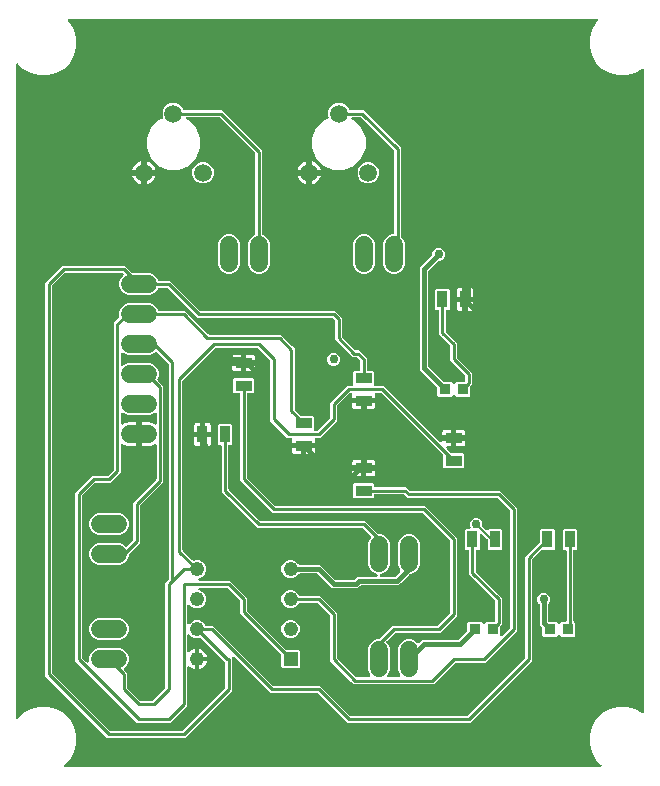
<source format=gbr>
G04 EAGLE Gerber RS-274X export*
G75*
%MOMM*%
%FSLAX34Y34*%
%LPD*%
%INTop Copper*%
%IPPOS*%
%AMOC8*
5,1,8,0,0,1.08239X$1,22.5*%
G01*
%ADD10R,1.238000X1.238000*%
%ADD11C,1.238000*%
%ADD12C,1.524000*%
%ADD13R,0.950000X0.950000*%
%ADD14R,0.900000X1.450000*%
%ADD15R,1.450000X0.900000*%
%ADD16C,1.508000*%
%ADD17C,0.406400*%
%ADD18C,0.756400*%
%ADD19C,0.457200*%
%ADD20C,0.254000*%
%ADD21C,0.152400*%

G36*
X511444Y16528D02*
X511444Y16528D01*
X511583Y16541D01*
X511602Y16548D01*
X511622Y16551D01*
X511751Y16602D01*
X511882Y16649D01*
X511899Y16660D01*
X511918Y16668D01*
X512031Y16749D01*
X512146Y16827D01*
X512159Y16843D01*
X512175Y16854D01*
X512264Y16962D01*
X512356Y17066D01*
X512365Y17084D01*
X512378Y17099D01*
X512437Y17225D01*
X512501Y17349D01*
X512505Y17369D01*
X512514Y17387D01*
X512540Y17523D01*
X512570Y17659D01*
X512570Y17680D01*
X512574Y17699D01*
X512565Y17838D01*
X512561Y17977D01*
X512555Y17997D01*
X512554Y18017D01*
X512511Y18149D01*
X512472Y18283D01*
X512462Y18300D01*
X512456Y18319D01*
X512381Y18437D01*
X512311Y18557D01*
X512292Y18578D01*
X512286Y18588D01*
X512271Y18602D01*
X512204Y18677D01*
X507866Y23016D01*
X504224Y29323D01*
X502339Y36358D01*
X502339Y43642D01*
X504224Y50677D01*
X507866Y56984D01*
X513016Y62134D01*
X519323Y65776D01*
X526358Y67661D01*
X533642Y67661D01*
X540677Y65776D01*
X546735Y62278D01*
X546858Y62226D01*
X546977Y62170D01*
X547004Y62165D01*
X547029Y62154D01*
X547160Y62135D01*
X547290Y62110D01*
X547316Y62112D01*
X547343Y62108D01*
X547475Y62122D01*
X547607Y62130D01*
X547633Y62138D01*
X547659Y62141D01*
X547784Y62187D01*
X547909Y62228D01*
X547932Y62242D01*
X547958Y62252D01*
X548066Y62327D01*
X548178Y62398D01*
X548197Y62418D01*
X548219Y62433D01*
X548305Y62533D01*
X548396Y62630D01*
X548409Y62653D01*
X548427Y62674D01*
X548486Y62793D01*
X548550Y62908D01*
X548556Y62934D01*
X548568Y62959D01*
X548596Y63088D01*
X548629Y63216D01*
X548631Y63254D01*
X548635Y63270D01*
X548634Y63291D01*
X548639Y63377D01*
X548639Y606623D01*
X548623Y606754D01*
X548612Y606886D01*
X548603Y606912D01*
X548599Y606939D01*
X548551Y607062D01*
X548507Y607187D01*
X548492Y607209D01*
X548482Y607234D01*
X548405Y607341D01*
X548331Y607452D01*
X548311Y607470D01*
X548296Y607492D01*
X548193Y607576D01*
X548095Y607665D01*
X548071Y607677D01*
X548051Y607695D01*
X547931Y607751D01*
X547814Y607812D01*
X547787Y607819D01*
X547763Y607830D01*
X547633Y607855D01*
X547504Y607885D01*
X547477Y607885D01*
X547451Y607890D01*
X547319Y607882D01*
X547186Y607879D01*
X547160Y607872D01*
X547133Y607870D01*
X547007Y607829D01*
X546880Y607794D01*
X546845Y607777D01*
X546831Y607772D01*
X546812Y607760D01*
X546735Y607722D01*
X540677Y604224D01*
X533642Y602339D01*
X526358Y602339D01*
X519323Y604224D01*
X513016Y607866D01*
X507866Y613016D01*
X504224Y619323D01*
X502339Y626358D01*
X502339Y633642D01*
X504224Y640677D01*
X507866Y646984D01*
X508954Y648073D01*
X509039Y648182D01*
X509128Y648289D01*
X509137Y648308D01*
X509149Y648324D01*
X509205Y648451D01*
X509264Y648577D01*
X509268Y648597D01*
X509276Y648616D01*
X509298Y648754D01*
X509324Y648890D01*
X509322Y648910D01*
X509325Y648930D01*
X509312Y649069D01*
X509304Y649207D01*
X509298Y649226D01*
X509296Y649246D01*
X509248Y649378D01*
X509206Y649509D01*
X509195Y649527D01*
X509188Y649546D01*
X509110Y649661D01*
X509036Y649778D01*
X509021Y649792D01*
X509009Y649809D01*
X508905Y649901D01*
X508804Y649996D01*
X508786Y650006D01*
X508771Y650019D01*
X508647Y650082D01*
X508525Y650150D01*
X508506Y650155D01*
X508488Y650164D01*
X508352Y650194D01*
X508218Y650229D01*
X508189Y650231D01*
X508178Y650234D01*
X508157Y650233D01*
X508057Y650239D01*
X61943Y650239D01*
X61805Y650222D01*
X61667Y650209D01*
X61648Y650202D01*
X61628Y650199D01*
X61499Y650148D01*
X61367Y650101D01*
X61351Y650090D01*
X61332Y650082D01*
X61220Y650001D01*
X61104Y649923D01*
X61091Y649907D01*
X61075Y649896D01*
X60986Y649788D01*
X60894Y649684D01*
X60885Y649666D01*
X60872Y649651D01*
X60813Y649525D01*
X60749Y649401D01*
X60745Y649381D01*
X60736Y649363D01*
X60710Y649226D01*
X60680Y649091D01*
X60680Y649070D01*
X60676Y649051D01*
X60685Y648912D01*
X60689Y648773D01*
X60695Y648753D01*
X60696Y648733D01*
X60739Y648601D01*
X60778Y648467D01*
X60788Y648450D01*
X60794Y648431D01*
X60869Y648313D01*
X60939Y648193D01*
X60958Y648172D01*
X60964Y648162D01*
X60979Y648148D01*
X61046Y648073D01*
X62134Y646984D01*
X65776Y640677D01*
X67661Y633642D01*
X67661Y626358D01*
X65776Y619323D01*
X62134Y613016D01*
X56984Y607866D01*
X50677Y604224D01*
X43642Y602339D01*
X36358Y602339D01*
X29323Y604224D01*
X23016Y607866D01*
X18677Y612204D01*
X18568Y612290D01*
X18461Y612378D01*
X18442Y612387D01*
X18426Y612399D01*
X18298Y612455D01*
X18173Y612514D01*
X18153Y612518D01*
X18134Y612526D01*
X17996Y612548D01*
X17860Y612574D01*
X17840Y612572D01*
X17820Y612575D01*
X17681Y612562D01*
X17543Y612554D01*
X17524Y612548D01*
X17504Y612546D01*
X17372Y612498D01*
X17241Y612456D01*
X17223Y612445D01*
X17204Y612438D01*
X17089Y612360D01*
X16972Y612286D01*
X16958Y612271D01*
X16941Y612259D01*
X16849Y612155D01*
X16754Y612054D01*
X16744Y612036D01*
X16731Y612021D01*
X16667Y611897D01*
X16600Y611775D01*
X16595Y611756D01*
X16586Y611738D01*
X16556Y611602D01*
X16521Y611468D01*
X16519Y611439D01*
X16516Y611428D01*
X16517Y611407D01*
X16511Y611307D01*
X16511Y58693D01*
X16528Y58556D01*
X16541Y58417D01*
X16548Y58398D01*
X16551Y58378D01*
X16602Y58249D01*
X16649Y58118D01*
X16660Y58101D01*
X16668Y58082D01*
X16749Y57969D01*
X16827Y57854D01*
X16843Y57841D01*
X16854Y57825D01*
X16962Y57736D01*
X17066Y57644D01*
X17084Y57635D01*
X17099Y57622D01*
X17225Y57563D01*
X17349Y57499D01*
X17369Y57495D01*
X17387Y57486D01*
X17523Y57460D01*
X17659Y57430D01*
X17680Y57430D01*
X17699Y57426D01*
X17838Y57435D01*
X17977Y57439D01*
X17997Y57445D01*
X18017Y57446D01*
X18149Y57489D01*
X18283Y57528D01*
X18300Y57538D01*
X18319Y57544D01*
X18437Y57619D01*
X18557Y57689D01*
X18578Y57708D01*
X18588Y57714D01*
X18602Y57729D01*
X18677Y57796D01*
X23016Y62134D01*
X29323Y65776D01*
X36358Y67661D01*
X43642Y67661D01*
X50677Y65776D01*
X56984Y62134D01*
X62134Y56984D01*
X65776Y50677D01*
X67661Y43642D01*
X67661Y36358D01*
X65776Y29323D01*
X62134Y23016D01*
X57796Y18677D01*
X57710Y18568D01*
X57622Y18461D01*
X57613Y18442D01*
X57601Y18426D01*
X57545Y18298D01*
X57486Y18173D01*
X57482Y18153D01*
X57474Y18134D01*
X57452Y17996D01*
X57426Y17860D01*
X57428Y17840D01*
X57425Y17820D01*
X57438Y17681D01*
X57446Y17543D01*
X57452Y17524D01*
X57454Y17504D01*
X57502Y17372D01*
X57544Y17241D01*
X57555Y17223D01*
X57562Y17204D01*
X57640Y17089D01*
X57714Y16972D01*
X57729Y16958D01*
X57741Y16941D01*
X57845Y16849D01*
X57946Y16754D01*
X57964Y16744D01*
X57979Y16731D01*
X58103Y16667D01*
X58225Y16600D01*
X58244Y16595D01*
X58262Y16586D01*
X58398Y16556D01*
X58532Y16521D01*
X58561Y16519D01*
X58572Y16516D01*
X58593Y16517D01*
X58693Y16511D01*
X511307Y16511D01*
X511444Y16528D01*
G37*
%LPC*%
G36*
X94092Y41655D02*
X94092Y41655D01*
X41655Y94092D01*
X41655Y426608D01*
X55992Y440945D01*
X109108Y440945D01*
X115086Y434966D01*
X115164Y434906D01*
X115236Y434838D01*
X115289Y434809D01*
X115337Y434772D01*
X115428Y434732D01*
X115515Y434684D01*
X115573Y434669D01*
X115629Y434645D01*
X115727Y434630D01*
X115823Y434605D01*
X115923Y434599D01*
X115943Y434595D01*
X115955Y434597D01*
X115983Y434595D01*
X130089Y434595D01*
X133450Y433203D01*
X136023Y430630D01*
X136686Y429028D01*
X136701Y429003D01*
X136710Y428975D01*
X136779Y428865D01*
X136844Y428752D01*
X136864Y428731D01*
X136880Y428706D01*
X136975Y428617D01*
X137065Y428524D01*
X137090Y428508D01*
X137112Y428488D01*
X137225Y428425D01*
X137336Y428357D01*
X137364Y428349D01*
X137390Y428334D01*
X137516Y428302D01*
X137640Y428264D01*
X137669Y428262D01*
X137698Y428255D01*
X137859Y428245D01*
X147208Y428245D01*
X172236Y403216D01*
X172314Y403156D01*
X172386Y403088D01*
X172439Y403059D01*
X172487Y403022D01*
X172578Y402982D01*
X172665Y402934D01*
X172723Y402919D01*
X172779Y402895D01*
X172877Y402880D01*
X172973Y402855D01*
X173073Y402849D01*
X173093Y402845D01*
X173105Y402847D01*
X173133Y402845D01*
X286908Y402845D01*
X292795Y396958D01*
X292795Y381683D01*
X292807Y381585D01*
X292810Y381486D01*
X292827Y381428D01*
X292835Y381368D01*
X292871Y381276D01*
X292899Y381181D01*
X292929Y381128D01*
X292952Y381072D01*
X293010Y380992D01*
X293060Y380907D01*
X293126Y380831D01*
X293138Y380815D01*
X293148Y380807D01*
X293166Y380786D01*
X304036Y369916D01*
X304114Y369856D01*
X304186Y369788D01*
X304239Y369759D01*
X304287Y369722D01*
X304378Y369682D01*
X304465Y369634D01*
X304523Y369619D01*
X304579Y369595D01*
X304677Y369580D01*
X304773Y369555D01*
X304873Y369549D01*
X304893Y369545D01*
X304905Y369547D01*
X304933Y369545D01*
X307508Y369545D01*
X309516Y367536D01*
X311936Y365116D01*
X313945Y363108D01*
X313945Y353344D01*
X313960Y353226D01*
X313967Y353107D01*
X313980Y353069D01*
X313985Y353028D01*
X314028Y352918D01*
X314065Y352805D01*
X314087Y352770D01*
X314102Y352733D01*
X314171Y352637D01*
X314235Y352536D01*
X314265Y352508D01*
X314288Y352475D01*
X314380Y352399D01*
X314467Y352318D01*
X314502Y352298D01*
X314533Y352273D01*
X314641Y352222D01*
X314745Y352164D01*
X314785Y352154D01*
X314821Y352137D01*
X314938Y352115D01*
X315053Y352085D01*
X315113Y352081D01*
X315133Y352077D01*
X315154Y352079D01*
X315214Y352075D01*
X319032Y352075D01*
X319925Y351182D01*
X319925Y340614D01*
X319940Y340496D01*
X319947Y340377D01*
X319960Y340339D01*
X319965Y340298D01*
X320008Y340188D01*
X320045Y340075D01*
X320067Y340040D01*
X320082Y340003D01*
X320151Y339907D01*
X320215Y339806D01*
X320245Y339778D01*
X320268Y339745D01*
X320360Y339669D01*
X320447Y339588D01*
X320482Y339568D01*
X320513Y339543D01*
X320621Y339492D01*
X320725Y339434D01*
X320765Y339424D01*
X320801Y339407D01*
X320918Y339385D01*
X321033Y339355D01*
X321093Y339351D01*
X321113Y339347D01*
X321134Y339349D01*
X321194Y339345D01*
X328208Y339345D01*
X330216Y337336D01*
X375393Y292160D01*
X375502Y292075D01*
X375609Y291986D01*
X375628Y291977D01*
X375644Y291965D01*
X375772Y291909D01*
X375897Y291850D01*
X375917Y291847D01*
X375936Y291839D01*
X376074Y291817D01*
X376210Y291791D01*
X376230Y291792D01*
X376250Y291789D01*
X376389Y291802D01*
X376527Y291810D01*
X376546Y291817D01*
X376566Y291818D01*
X376698Y291866D01*
X376829Y291908D01*
X376847Y291919D01*
X376866Y291926D01*
X376981Y292004D01*
X377098Y292079D01*
X377112Y292093D01*
X377129Y292105D01*
X377221Y292209D01*
X377316Y292310D01*
X377326Y292328D01*
X377339Y292343D01*
X377403Y292467D01*
X377470Y292589D01*
X377475Y292608D01*
X377484Y292626D01*
X377514Y292762D01*
X377549Y292897D01*
X377551Y292925D01*
X377554Y292937D01*
X377553Y292957D01*
X377556Y293001D01*
X385101Y293001D01*
X385101Y288209D01*
X382407Y288209D01*
X382270Y288192D01*
X382131Y288179D01*
X382112Y288172D01*
X382092Y288169D01*
X381963Y288118D01*
X381832Y288071D01*
X381815Y288060D01*
X381796Y288052D01*
X381684Y287971D01*
X381569Y287893D01*
X381555Y287877D01*
X381539Y287866D01*
X381450Y287758D01*
X381358Y287654D01*
X381349Y287636D01*
X381336Y287621D01*
X381277Y287495D01*
X381213Y287371D01*
X381209Y287351D01*
X381200Y287333D01*
X381174Y287197D01*
X381144Y287061D01*
X381144Y287040D01*
X381141Y287021D01*
X381149Y286882D01*
X381153Y286743D01*
X381159Y286723D01*
X381160Y286703D01*
X381203Y286571D01*
X381242Y286437D01*
X381252Y286420D01*
X381258Y286401D01*
X381333Y286283D01*
X381403Y286163D01*
X381422Y286142D01*
X381429Y286132D01*
X381444Y286118D01*
X381510Y286043D01*
X384906Y282646D01*
X384984Y282586D01*
X385056Y282518D01*
X385109Y282489D01*
X385157Y282452D01*
X385248Y282412D01*
X385335Y282364D01*
X385393Y282349D01*
X385449Y282325D01*
X385547Y282310D01*
X385643Y282285D01*
X385743Y282279D01*
X385763Y282275D01*
X385775Y282277D01*
X385803Y282275D01*
X395232Y282275D01*
X396125Y281382D01*
X396125Y271118D01*
X395232Y270225D01*
X379468Y270225D01*
X378575Y271118D01*
X378575Y280547D01*
X378563Y280645D01*
X378560Y280744D01*
X378543Y280802D01*
X378535Y280862D01*
X378499Y280954D01*
X378471Y281049D01*
X378441Y281102D01*
X378418Y281158D01*
X378360Y281238D01*
X378310Y281323D01*
X378244Y281399D01*
X378232Y281415D01*
X378222Y281423D01*
X378204Y281444D01*
X326264Y333384D01*
X326186Y333444D01*
X326114Y333512D01*
X326061Y333541D01*
X326013Y333578D01*
X325922Y333618D01*
X325835Y333666D01*
X325777Y333681D01*
X325721Y333705D01*
X325623Y333720D01*
X325527Y333745D01*
X325427Y333751D01*
X325407Y333755D01*
X325395Y333753D01*
X325367Y333755D01*
X322094Y333755D01*
X321969Y333739D01*
X321843Y333730D01*
X321811Y333720D01*
X321778Y333715D01*
X321661Y333669D01*
X321542Y333629D01*
X321514Y333611D01*
X321482Y333598D01*
X321380Y333524D01*
X321275Y333456D01*
X321252Y333431D01*
X321225Y333412D01*
X321145Y333315D01*
X321060Y333222D01*
X321044Y333193D01*
X321022Y333167D01*
X320969Y333053D01*
X320909Y332942D01*
X320901Y332909D01*
X320887Y332879D01*
X320863Y332756D01*
X320833Y332633D01*
X320833Y332600D01*
X320827Y332567D01*
X320835Y332441D01*
X320836Y332315D01*
X320845Y332267D01*
X320847Y332249D01*
X320853Y332229D01*
X320868Y332157D01*
X320941Y331884D01*
X320941Y329299D01*
X312130Y329299D01*
X312012Y329284D01*
X311893Y329277D01*
X311855Y329264D01*
X311815Y329259D01*
X311704Y329216D01*
X311591Y329179D01*
X311557Y329157D01*
X311519Y329142D01*
X311423Y329073D01*
X311322Y329009D01*
X311294Y328979D01*
X311262Y328956D01*
X311186Y328864D01*
X311154Y328830D01*
X311149Y328838D01*
X311119Y328866D01*
X311095Y328899D01*
X311004Y328975D01*
X310917Y329056D01*
X310882Y329076D01*
X310850Y329101D01*
X310743Y329152D01*
X310638Y329210D01*
X310599Y329220D01*
X310563Y329237D01*
X310446Y329259D01*
X310330Y329289D01*
X310270Y329293D01*
X310250Y329297D01*
X310230Y329295D01*
X310170Y329299D01*
X301359Y329299D01*
X301359Y331884D01*
X301432Y332157D01*
X301450Y332282D01*
X301473Y332406D01*
X301471Y332439D01*
X301476Y332472D01*
X301461Y332598D01*
X301453Y332723D01*
X301443Y332755D01*
X301439Y332788D01*
X301394Y332906D01*
X301355Y333025D01*
X301337Y333054D01*
X301325Y333085D01*
X301252Y333188D01*
X301185Y333294D01*
X301161Y333317D01*
X301141Y333345D01*
X301045Y333426D01*
X300954Y333512D01*
X300924Y333528D01*
X300898Y333550D01*
X300785Y333605D01*
X300675Y333666D01*
X300642Y333674D01*
X300612Y333689D01*
X300489Y333714D01*
X300367Y333745D01*
X300318Y333748D01*
X300300Y333752D01*
X300279Y333751D01*
X300206Y333755D01*
X300133Y333755D01*
X300035Y333743D01*
X299936Y333740D01*
X299878Y333723D01*
X299818Y333715D01*
X299726Y333679D01*
X299631Y333651D01*
X299578Y333621D01*
X299522Y333598D01*
X299442Y333540D01*
X299357Y333490D01*
X299281Y333424D01*
X299265Y333412D01*
X299257Y333402D01*
X299236Y333384D01*
X288916Y323064D01*
X288856Y322986D01*
X288788Y322914D01*
X288759Y322861D01*
X288722Y322813D01*
X288682Y322722D01*
X288634Y322635D01*
X288619Y322577D01*
X288595Y322521D01*
X288580Y322423D01*
X288555Y322327D01*
X288549Y322227D01*
X288545Y322207D01*
X288547Y322195D01*
X288545Y322167D01*
X288545Y309992D01*
X274208Y295655D01*
X271294Y295655D01*
X271169Y295640D01*
X271043Y295630D01*
X271011Y295620D01*
X270978Y295615D01*
X270861Y295569D01*
X270742Y295529D01*
X270714Y295511D01*
X270682Y295498D01*
X270581Y295425D01*
X270475Y295356D01*
X270452Y295331D01*
X270425Y295312D01*
X270345Y295215D01*
X270260Y295122D01*
X270244Y295093D01*
X270222Y295067D01*
X270169Y294953D01*
X270109Y294842D01*
X270101Y294809D01*
X270087Y294779D01*
X270063Y294655D01*
X270033Y294533D01*
X270033Y294500D01*
X270027Y294467D01*
X270035Y294341D01*
X270036Y294215D01*
X270046Y294167D01*
X270047Y294149D01*
X270053Y294129D01*
X270068Y294057D01*
X270141Y293784D01*
X270141Y291199D01*
X261330Y291199D01*
X261212Y291184D01*
X261093Y291177D01*
X261055Y291164D01*
X261015Y291159D01*
X260904Y291116D01*
X260791Y291079D01*
X260757Y291057D01*
X260719Y291042D01*
X260623Y290973D01*
X260522Y290909D01*
X260494Y290879D01*
X260462Y290856D01*
X260386Y290764D01*
X260354Y290730D01*
X260349Y290738D01*
X260319Y290766D01*
X260295Y290799D01*
X260204Y290875D01*
X260117Y290956D01*
X260082Y290976D01*
X260050Y291001D01*
X259943Y291052D01*
X259838Y291110D01*
X259799Y291120D01*
X259763Y291137D01*
X259646Y291159D01*
X259530Y291189D01*
X259470Y291193D01*
X259450Y291197D01*
X259430Y291195D01*
X259370Y291199D01*
X250559Y291199D01*
X250559Y293784D01*
X250632Y294057D01*
X250650Y294182D01*
X250673Y294306D01*
X250671Y294339D01*
X250676Y294373D01*
X250661Y294498D01*
X250653Y294623D01*
X250643Y294655D01*
X250639Y294688D01*
X250594Y294806D01*
X250555Y294925D01*
X250537Y294954D01*
X250525Y294985D01*
X250453Y295088D01*
X250385Y295194D01*
X250361Y295217D01*
X250341Y295245D01*
X250245Y295326D01*
X250154Y295412D01*
X250124Y295428D01*
X250098Y295450D01*
X249985Y295505D01*
X249875Y295566D01*
X249842Y295574D01*
X249812Y295589D01*
X249689Y295614D01*
X249567Y295645D01*
X249518Y295648D01*
X249500Y295652D01*
X249479Y295651D01*
X249406Y295655D01*
X246492Y295655D01*
X232155Y309992D01*
X232155Y360267D01*
X232143Y360365D01*
X232140Y360464D01*
X232123Y360522D01*
X232115Y360582D01*
X232079Y360674D01*
X232051Y360769D01*
X232021Y360822D01*
X231998Y360878D01*
X231940Y360958D01*
X231890Y361043D01*
X231824Y361119D01*
X231812Y361135D01*
X231802Y361143D01*
X231784Y361164D01*
X221464Y371484D01*
X221386Y371544D01*
X221314Y371612D01*
X221261Y371641D01*
X221213Y371678D01*
X221122Y371718D01*
X221035Y371766D01*
X220977Y371781D01*
X220921Y371805D01*
X220823Y371820D01*
X220727Y371845D01*
X220627Y371851D01*
X220607Y371855D01*
X220595Y371853D01*
X220567Y371855D01*
X185833Y371855D01*
X185735Y371843D01*
X185636Y371840D01*
X185578Y371823D01*
X185518Y371815D01*
X185426Y371779D01*
X185331Y371751D01*
X185278Y371721D01*
X185222Y371698D01*
X185142Y371640D01*
X185057Y371590D01*
X184981Y371524D01*
X184965Y371512D01*
X184957Y371502D01*
X184936Y371484D01*
X158040Y344588D01*
X157980Y344510D01*
X157912Y344438D01*
X157883Y344385D01*
X157846Y344337D01*
X157806Y344246D01*
X157758Y344159D01*
X157743Y344101D01*
X157719Y344045D01*
X157704Y343947D01*
X157679Y343851D01*
X157673Y343751D01*
X157669Y343731D01*
X157671Y343719D01*
X157669Y343691D01*
X157669Y200809D01*
X157681Y200711D01*
X157684Y200612D01*
X157701Y200554D01*
X157709Y200494D01*
X157745Y200402D01*
X157773Y200307D01*
X157803Y200254D01*
X157826Y200198D01*
X157884Y200118D01*
X157934Y200033D01*
X158000Y199957D01*
X158012Y199941D01*
X158022Y199933D01*
X158040Y199912D01*
X166140Y191812D01*
X166164Y191794D01*
X166183Y191771D01*
X166289Y191697D01*
X166392Y191617D01*
X166419Y191605D01*
X166443Y191588D01*
X166564Y191542D01*
X166684Y191491D01*
X166713Y191486D01*
X166740Y191476D01*
X166869Y191461D01*
X166998Y191441D01*
X167027Y191444D01*
X167056Y191440D01*
X167185Y191458D01*
X167314Y191471D01*
X167342Y191481D01*
X167371Y191485D01*
X167524Y191537D01*
X168315Y191865D01*
X171385Y191865D01*
X174220Y190690D01*
X176390Y188520D01*
X177565Y185685D01*
X177565Y182615D01*
X176390Y179780D01*
X174220Y177610D01*
X171991Y176687D01*
X171931Y176652D01*
X171866Y176626D01*
X171793Y176574D01*
X171715Y176529D01*
X171665Y176481D01*
X171608Y176440D01*
X171551Y176370D01*
X171487Y176308D01*
X171450Y176248D01*
X171406Y176195D01*
X171367Y176113D01*
X171320Y176037D01*
X171300Y175970D01*
X171270Y175907D01*
X171253Y175819D01*
X171227Y175733D01*
X171223Y175663D01*
X171210Y175594D01*
X171216Y175505D01*
X171212Y175415D01*
X171226Y175347D01*
X171230Y175277D01*
X171258Y175192D01*
X171276Y175104D01*
X171307Y175041D01*
X171328Y174975D01*
X171376Y174899D01*
X171416Y174818D01*
X171461Y174765D01*
X171498Y174706D01*
X171564Y174644D01*
X171622Y174576D01*
X171679Y174536D01*
X171730Y174488D01*
X171809Y174445D01*
X171882Y174393D01*
X171947Y174368D01*
X172008Y174334D01*
X172095Y174312D01*
X172179Y174280D01*
X172249Y174272D01*
X172316Y174255D01*
X172477Y174245D01*
X198008Y174245D01*
X212345Y159908D01*
X212345Y149333D01*
X212357Y149235D01*
X212360Y149136D01*
X212377Y149078D01*
X212385Y149018D01*
X212421Y148926D01*
X212449Y148831D01*
X212479Y148778D01*
X212502Y148722D01*
X212560Y148642D01*
X212610Y148557D01*
X212676Y148481D01*
X212688Y148465D01*
X212698Y148457D01*
X212716Y148436D01*
X245116Y116036D01*
X245194Y115976D01*
X245266Y115908D01*
X245319Y115879D01*
X245367Y115842D01*
X245458Y115802D01*
X245545Y115754D01*
X245603Y115739D01*
X245659Y115715D01*
X245757Y115700D01*
X245853Y115675D01*
X245953Y115669D01*
X245973Y115665D01*
X245985Y115667D01*
X246013Y115665D01*
X256072Y115665D01*
X256965Y114772D01*
X256965Y101128D01*
X256072Y100235D01*
X242428Y100235D01*
X241535Y101128D01*
X241535Y111187D01*
X241523Y111285D01*
X241520Y111384D01*
X241503Y111442D01*
X241495Y111502D01*
X241459Y111594D01*
X241431Y111689D01*
X241401Y111742D01*
X241378Y111798D01*
X241320Y111878D01*
X241270Y111963D01*
X241204Y112039D01*
X241192Y112055D01*
X241182Y112063D01*
X241164Y112084D01*
X206755Y146492D01*
X206755Y157067D01*
X206743Y157165D01*
X206740Y157264D01*
X206723Y157322D01*
X206715Y157382D01*
X206679Y157474D01*
X206651Y157569D01*
X206621Y157622D01*
X206598Y157678D01*
X206540Y157758D01*
X206490Y157843D01*
X206424Y157919D01*
X206412Y157935D01*
X206402Y157943D01*
X206384Y157964D01*
X196064Y168284D01*
X195986Y168344D01*
X195914Y168412D01*
X195861Y168441D01*
X195813Y168478D01*
X195722Y168518D01*
X195635Y168566D01*
X195577Y168581D01*
X195521Y168605D01*
X195423Y168620D01*
X195327Y168645D01*
X195227Y168651D01*
X195207Y168655D01*
X195195Y168653D01*
X195167Y168655D01*
X172477Y168655D01*
X172408Y168647D01*
X172338Y168648D01*
X172251Y168627D01*
X172162Y168615D01*
X172097Y168590D01*
X172029Y168573D01*
X171949Y168531D01*
X171866Y168498D01*
X171809Y168457D01*
X171748Y168425D01*
X171681Y168364D01*
X171608Y168312D01*
X171564Y168258D01*
X171512Y168211D01*
X171463Y168136D01*
X171406Y168067D01*
X171376Y168003D01*
X171338Y167945D01*
X171308Y167860D01*
X171270Y167779D01*
X171257Y167710D01*
X171234Y167644D01*
X171227Y167555D01*
X171210Y167467D01*
X171215Y167397D01*
X171209Y167327D01*
X171225Y167239D01*
X171230Y167149D01*
X171252Y167083D01*
X171264Y167014D01*
X171300Y166932D01*
X171328Y166847D01*
X171365Y166788D01*
X171394Y166724D01*
X171450Y166654D01*
X171498Y166578D01*
X171549Y166530D01*
X171593Y166476D01*
X171665Y166421D01*
X171730Y166360D01*
X171791Y166326D01*
X171847Y166284D01*
X171991Y166213D01*
X174220Y165290D01*
X176390Y163120D01*
X177565Y160285D01*
X177565Y157215D01*
X176390Y154380D01*
X174220Y152210D01*
X171385Y151035D01*
X168315Y151035D01*
X165480Y152210D01*
X163711Y153978D01*
X163602Y154064D01*
X163495Y154152D01*
X163476Y154161D01*
X163460Y154173D01*
X163332Y154229D01*
X163207Y154288D01*
X163187Y154291D01*
X163168Y154300D01*
X163030Y154321D01*
X162894Y154347D01*
X162874Y154346D01*
X162854Y154349D01*
X162715Y154336D01*
X162577Y154328D01*
X162558Y154321D01*
X162538Y154320D01*
X162406Y154272D01*
X162275Y154230D01*
X162257Y154219D01*
X162238Y154212D01*
X162123Y154134D01*
X162006Y154060D01*
X161992Y154045D01*
X161975Y154033D01*
X161883Y153929D01*
X161788Y153828D01*
X161778Y153810D01*
X161765Y153795D01*
X161701Y153671D01*
X161634Y153549D01*
X161629Y153530D01*
X161620Y153512D01*
X161590Y153376D01*
X161555Y153241D01*
X161553Y153213D01*
X161550Y153201D01*
X161551Y153181D01*
X161545Y153081D01*
X161545Y139019D01*
X161562Y138882D01*
X161575Y138743D01*
X161582Y138724D01*
X161585Y138704D01*
X161636Y138575D01*
X161683Y138444D01*
X161694Y138427D01*
X161702Y138408D01*
X161783Y138296D01*
X161861Y138180D01*
X161877Y138167D01*
X161888Y138151D01*
X161996Y138062D01*
X162100Y137970D01*
X162118Y137961D01*
X162133Y137948D01*
X162259Y137889D01*
X162383Y137825D01*
X162403Y137821D01*
X162421Y137812D01*
X162558Y137786D01*
X162693Y137756D01*
X162714Y137756D01*
X162733Y137753D01*
X162872Y137761D01*
X163011Y137765D01*
X163031Y137771D01*
X163051Y137772D01*
X163183Y137815D01*
X163317Y137854D01*
X163334Y137864D01*
X163353Y137870D01*
X163471Y137945D01*
X163591Y138015D01*
X163612Y138034D01*
X163622Y138040D01*
X163636Y138055D01*
X163711Y138122D01*
X165480Y139890D01*
X168315Y141065D01*
X171385Y141065D01*
X174220Y139890D01*
X176390Y137720D01*
X176718Y136928D01*
X176733Y136903D01*
X176742Y136875D01*
X176811Y136765D01*
X176876Y136652D01*
X176896Y136631D01*
X176912Y136606D01*
X177007Y136517D01*
X177097Y136424D01*
X177122Y136408D01*
X177144Y136388D01*
X177258Y136325D01*
X177368Y136257D01*
X177396Y136249D01*
X177422Y136234D01*
X177548Y136202D01*
X177672Y136164D01*
X177702Y136162D01*
X177730Y136155D01*
X177891Y136145D01*
X183708Y136145D01*
X234136Y85716D01*
X234214Y85656D01*
X234286Y85588D01*
X234339Y85559D01*
X234387Y85522D01*
X234478Y85482D01*
X234565Y85434D01*
X234623Y85419D01*
X234679Y85395D01*
X234777Y85380D01*
X234873Y85355D01*
X234973Y85349D01*
X234993Y85345D01*
X235005Y85347D01*
X235033Y85345D01*
X274208Y85345D01*
X299236Y60316D01*
X299314Y60256D01*
X299386Y60188D01*
X299439Y60159D01*
X299487Y60122D01*
X299578Y60082D01*
X299665Y60034D01*
X299723Y60019D01*
X299779Y59995D01*
X299877Y59980D01*
X299973Y59955D01*
X300073Y59949D01*
X300093Y59945D01*
X300105Y59947D01*
X300133Y59945D01*
X398367Y59945D01*
X398465Y59957D01*
X398564Y59960D01*
X398622Y59977D01*
X398682Y59985D01*
X398774Y60021D01*
X398869Y60049D01*
X398922Y60079D01*
X398978Y60102D01*
X399058Y60160D01*
X399143Y60210D01*
X399219Y60276D01*
X399235Y60288D01*
X399243Y60298D01*
X399264Y60316D01*
X447684Y108736D01*
X447744Y108814D01*
X447812Y108886D01*
X447841Y108939D01*
X447878Y108987D01*
X447918Y109078D01*
X447966Y109165D01*
X447981Y109223D01*
X448005Y109279D01*
X448020Y109377D01*
X448045Y109473D01*
X448051Y109573D01*
X448055Y109593D01*
X448053Y109605D01*
X448055Y109633D01*
X448055Y194808D01*
X460354Y207106D01*
X460414Y207184D01*
X460482Y207256D01*
X460511Y207309D01*
X460548Y207357D01*
X460588Y207448D01*
X460636Y207535D01*
X460651Y207593D01*
X460675Y207649D01*
X460690Y207747D01*
X460715Y207843D01*
X460721Y207943D01*
X460725Y207963D01*
X460723Y207975D01*
X460725Y208003D01*
X460725Y217432D01*
X461618Y218325D01*
X471882Y218325D01*
X472775Y217432D01*
X472775Y201668D01*
X471882Y200775D01*
X462453Y200775D01*
X462355Y200763D01*
X462256Y200760D01*
X462198Y200743D01*
X462138Y200735D01*
X462046Y200699D01*
X461951Y200671D01*
X461898Y200641D01*
X461842Y200618D01*
X461762Y200560D01*
X461677Y200510D01*
X461601Y200444D01*
X461585Y200432D01*
X461577Y200422D01*
X461556Y200404D01*
X454016Y192864D01*
X453956Y192786D01*
X453888Y192714D01*
X453859Y192661D01*
X453822Y192613D01*
X453782Y192522D01*
X453734Y192435D01*
X453719Y192377D01*
X453695Y192321D01*
X453680Y192223D01*
X453655Y192127D01*
X453649Y192027D01*
X453645Y192007D01*
X453647Y191995D01*
X453645Y191967D01*
X453645Y106792D01*
X401208Y54355D01*
X297292Y54355D01*
X272264Y79384D01*
X272186Y79444D01*
X272114Y79512D01*
X272061Y79541D01*
X272013Y79578D01*
X271922Y79618D01*
X271835Y79666D01*
X271777Y79681D01*
X271721Y79705D01*
X271623Y79720D01*
X271527Y79745D01*
X271427Y79751D01*
X271407Y79755D01*
X271395Y79753D01*
X271367Y79755D01*
X232192Y79755D01*
X230184Y81764D01*
X201811Y110136D01*
X201702Y110221D01*
X201595Y110310D01*
X201576Y110319D01*
X201560Y110331D01*
X201432Y110387D01*
X201307Y110446D01*
X201287Y110449D01*
X201268Y110457D01*
X201130Y110479D01*
X200994Y110505D01*
X200974Y110504D01*
X200954Y110507D01*
X200815Y110494D01*
X200677Y110486D01*
X200658Y110479D01*
X200638Y110478D01*
X200506Y110430D01*
X200375Y110388D01*
X200357Y110377D01*
X200338Y110370D01*
X200223Y110292D01*
X200106Y110217D01*
X200092Y110203D01*
X200075Y110191D01*
X199983Y110087D01*
X199888Y109986D01*
X199878Y109968D01*
X199865Y109953D01*
X199801Y109829D01*
X199734Y109707D01*
X199729Y109688D01*
X199720Y109670D01*
X199690Y109534D01*
X199655Y109399D01*
X199653Y109371D01*
X199650Y109359D01*
X199651Y109339D01*
X199645Y109239D01*
X199645Y81392D01*
X159908Y41655D01*
X94092Y41655D01*
G37*
%LPD*%
G36*
X157165Y47257D02*
X157165Y47257D01*
X157264Y47260D01*
X157322Y47277D01*
X157382Y47285D01*
X157474Y47321D01*
X157569Y47349D01*
X157622Y47379D01*
X157678Y47402D01*
X157758Y47460D01*
X157843Y47510D01*
X157919Y47576D01*
X157935Y47588D01*
X157943Y47598D01*
X157964Y47616D01*
X193684Y83336D01*
X193744Y83414D01*
X193812Y83486D01*
X193841Y83539D01*
X193878Y83587D01*
X193918Y83678D01*
X193966Y83765D01*
X193981Y83823D01*
X194005Y83879D01*
X194020Y83977D01*
X194045Y84073D01*
X194051Y84173D01*
X194055Y84193D01*
X194053Y84205D01*
X194055Y84233D01*
X194055Y104667D01*
X194043Y104765D01*
X194040Y104864D01*
X194023Y104922D01*
X194015Y104982D01*
X193979Y105074D01*
X193951Y105169D01*
X193921Y105222D01*
X193898Y105278D01*
X193840Y105358D01*
X193790Y105443D01*
X193724Y105519D01*
X193712Y105535D01*
X193702Y105543D01*
X193684Y105564D01*
X192084Y107164D01*
X173560Y125688D01*
X173536Y125706D01*
X173517Y125729D01*
X173411Y125803D01*
X173308Y125883D01*
X173281Y125895D01*
X173257Y125912D01*
X173136Y125958D01*
X173016Y126009D01*
X172987Y126014D01*
X172960Y126024D01*
X172831Y126039D01*
X172702Y126059D01*
X172673Y126056D01*
X172644Y126060D01*
X172515Y126042D01*
X172386Y126029D01*
X172358Y126019D01*
X172329Y126015D01*
X172176Y125963D01*
X171385Y125635D01*
X168315Y125635D01*
X165480Y126810D01*
X163711Y128578D01*
X163602Y128664D01*
X163495Y128752D01*
X163476Y128761D01*
X163460Y128773D01*
X163332Y128829D01*
X163207Y128888D01*
X163187Y128891D01*
X163168Y128900D01*
X163030Y128921D01*
X162894Y128947D01*
X162874Y128946D01*
X162854Y128949D01*
X162715Y128936D01*
X162577Y128928D01*
X162558Y128921D01*
X162538Y128920D01*
X162406Y128872D01*
X162275Y128830D01*
X162257Y128819D01*
X162238Y128812D01*
X162123Y128734D01*
X162006Y128660D01*
X161992Y128645D01*
X161975Y128633D01*
X161883Y128529D01*
X161788Y128428D01*
X161778Y128410D01*
X161765Y128395D01*
X161701Y128271D01*
X161634Y128149D01*
X161629Y128130D01*
X161620Y128112D01*
X161590Y127976D01*
X161555Y127841D01*
X161553Y127813D01*
X161550Y127801D01*
X161551Y127781D01*
X161545Y127681D01*
X161545Y115056D01*
X161562Y114918D01*
X161575Y114780D01*
X161582Y114761D01*
X161585Y114741D01*
X161636Y114611D01*
X161683Y114480D01*
X161694Y114464D01*
X161702Y114445D01*
X161783Y114332D01*
X161861Y114217D01*
X161877Y114204D01*
X161888Y114187D01*
X161996Y114099D01*
X162100Y114007D01*
X162118Y113998D01*
X162133Y113985D01*
X162259Y113925D01*
X162383Y113862D01*
X162403Y113858D01*
X162421Y113849D01*
X162558Y113823D01*
X162693Y113793D01*
X162714Y113793D01*
X162733Y113789D01*
X162872Y113798D01*
X163011Y113802D01*
X163031Y113808D01*
X163051Y113809D01*
X163183Y113852D01*
X163317Y113891D01*
X163334Y113901D01*
X163353Y113907D01*
X163471Y113981D01*
X163591Y114052D01*
X163612Y114071D01*
X163622Y114077D01*
X163636Y114092D01*
X163712Y114159D01*
X164285Y114732D01*
X165714Y115687D01*
X167303Y116345D01*
X168026Y116489D01*
X168026Y108505D01*
X168041Y108387D01*
X168048Y108268D01*
X168060Y108230D01*
X168066Y108190D01*
X168109Y108079D01*
X168146Y107966D01*
X168160Y107944D01*
X168115Y107863D01*
X168105Y107824D01*
X168088Y107788D01*
X168066Y107671D01*
X168036Y107555D01*
X168032Y107495D01*
X168028Y107475D01*
X168030Y107455D01*
X168026Y107395D01*
X168026Y99411D01*
X167303Y99555D01*
X165714Y100213D01*
X164285Y101168D01*
X163712Y101741D01*
X163602Y101827D01*
X163495Y101915D01*
X163476Y101924D01*
X163460Y101936D01*
X163332Y101992D01*
X163207Y102051D01*
X163187Y102055D01*
X163168Y102063D01*
X163030Y102085D01*
X162894Y102111D01*
X162874Y102109D01*
X162854Y102113D01*
X162715Y102099D01*
X162577Y102091D01*
X162558Y102085D01*
X162538Y102083D01*
X162407Y102036D01*
X162275Y101993D01*
X162257Y101982D01*
X162238Y101975D01*
X162124Y101897D01*
X162006Y101823D01*
X161992Y101808D01*
X161975Y101797D01*
X161883Y101693D01*
X161788Y101591D01*
X161778Y101573D01*
X161765Y101558D01*
X161702Y101434D01*
X161634Y101313D01*
X161629Y101293D01*
X161620Y101275D01*
X161590Y101139D01*
X161555Y101005D01*
X161553Y100977D01*
X161550Y100965D01*
X161551Y100944D01*
X161545Y100844D01*
X161545Y68692D01*
X147208Y54355D01*
X119492Y54355D01*
X67055Y106792D01*
X67055Y248808D01*
X81392Y263145D01*
X93567Y263145D01*
X93665Y263157D01*
X93764Y263160D01*
X93822Y263177D01*
X93882Y263185D01*
X93974Y263221D01*
X94069Y263249D01*
X94122Y263279D01*
X94178Y263302D01*
X94258Y263360D01*
X94343Y263410D01*
X94419Y263476D01*
X94435Y263488D01*
X94443Y263498D01*
X94464Y263516D01*
X99450Y268502D01*
X99510Y268580D01*
X99578Y268652D01*
X99607Y268705D01*
X99644Y268753D01*
X99684Y268844D01*
X99732Y268931D01*
X99747Y268989D01*
X99771Y269045D01*
X99786Y269143D01*
X99811Y269239D01*
X99817Y269339D01*
X99821Y269359D01*
X99819Y269371D01*
X99821Y269399D01*
X99821Y392821D01*
X101830Y394830D01*
X103680Y396680D01*
X103698Y396703D01*
X103720Y396722D01*
X103795Y396828D01*
X103875Y396931D01*
X103886Y396958D01*
X103903Y396982D01*
X103949Y397104D01*
X104001Y397223D01*
X104006Y397252D01*
X104016Y397280D01*
X104031Y397408D01*
X104051Y397537D01*
X104048Y397566D01*
X104051Y397596D01*
X104033Y397724D01*
X104021Y397854D01*
X104011Y397881D01*
X104007Y397911D01*
X103955Y398063D01*
X103885Y398231D01*
X103885Y401869D01*
X105277Y405230D01*
X107850Y407803D01*
X111211Y409195D01*
X130089Y409195D01*
X133450Y407803D01*
X136023Y405230D01*
X136686Y403628D01*
X136701Y403603D01*
X136710Y403575D01*
X136779Y403465D01*
X136844Y403352D01*
X136864Y403331D01*
X136880Y403306D01*
X136975Y403217D01*
X137065Y403124D01*
X137090Y403108D01*
X137112Y403088D01*
X137225Y403025D01*
X137336Y402957D01*
X137364Y402949D01*
X137390Y402934D01*
X137516Y402902D01*
X137640Y402864D01*
X137669Y402862D01*
X137698Y402855D01*
X137859Y402845D01*
X159908Y402845D01*
X161916Y400836D01*
X179586Y383166D01*
X179664Y383106D01*
X179736Y383038D01*
X179789Y383009D01*
X179837Y382972D01*
X179928Y382932D01*
X180015Y382884D01*
X180073Y382869D01*
X180129Y382845D01*
X180227Y382830D01*
X180323Y382805D01*
X180423Y382799D01*
X180443Y382795D01*
X180455Y382797D01*
X180483Y382795D01*
X241158Y382795D01*
X250786Y373166D01*
X252795Y371158D01*
X252795Y319983D01*
X252807Y319885D01*
X252810Y319786D01*
X252827Y319728D01*
X252835Y319668D01*
X252871Y319576D01*
X252899Y319481D01*
X252929Y319428D01*
X252952Y319372D01*
X253010Y319292D01*
X253060Y319207D01*
X253126Y319131D01*
X253138Y319115D01*
X253148Y319107D01*
X253166Y319086D01*
X257906Y314346D01*
X257984Y314286D01*
X258056Y314218D01*
X258109Y314189D01*
X258157Y314152D01*
X258248Y314112D01*
X258335Y314064D01*
X258393Y314049D01*
X258449Y314025D01*
X258547Y314010D01*
X258643Y313985D01*
X258743Y313979D01*
X258763Y313975D01*
X258775Y313977D01*
X258803Y313975D01*
X268232Y313975D01*
X269125Y313082D01*
X269125Y302514D01*
X269140Y302396D01*
X269147Y302277D01*
X269160Y302239D01*
X269165Y302198D01*
X269208Y302088D01*
X269245Y301975D01*
X269267Y301940D01*
X269282Y301903D01*
X269351Y301807D01*
X269415Y301706D01*
X269445Y301678D01*
X269468Y301645D01*
X269560Y301569D01*
X269647Y301488D01*
X269682Y301468D01*
X269713Y301443D01*
X269821Y301392D01*
X269925Y301334D01*
X269965Y301324D01*
X270001Y301307D01*
X270118Y301285D01*
X270233Y301255D01*
X270293Y301251D01*
X270313Y301247D01*
X270334Y301249D01*
X270394Y301245D01*
X271367Y301245D01*
X271465Y301257D01*
X271564Y301260D01*
X271622Y301277D01*
X271682Y301285D01*
X271774Y301321D01*
X271869Y301349D01*
X271922Y301379D01*
X271978Y301402D01*
X272058Y301460D01*
X272143Y301510D01*
X272219Y301576D01*
X272235Y301588D01*
X272243Y301598D01*
X272264Y301616D01*
X282584Y311936D01*
X282644Y312014D01*
X282712Y312086D01*
X282741Y312139D01*
X282778Y312187D01*
X282818Y312278D01*
X282866Y312365D01*
X282881Y312423D01*
X282905Y312479D01*
X282920Y312577D01*
X282945Y312673D01*
X282951Y312773D01*
X282955Y312793D01*
X282953Y312805D01*
X282955Y312833D01*
X282955Y325008D01*
X297292Y339345D01*
X301106Y339345D01*
X301224Y339360D01*
X301343Y339367D01*
X301381Y339380D01*
X301422Y339385D01*
X301532Y339428D01*
X301645Y339465D01*
X301680Y339487D01*
X301717Y339502D01*
X301813Y339571D01*
X301914Y339635D01*
X301942Y339665D01*
X301975Y339688D01*
X302051Y339780D01*
X302132Y339867D01*
X302152Y339902D01*
X302177Y339933D01*
X302228Y340041D01*
X302286Y340145D01*
X302296Y340185D01*
X302313Y340221D01*
X302335Y340338D01*
X302365Y340453D01*
X302369Y340513D01*
X302373Y340533D01*
X302371Y340554D01*
X302375Y340614D01*
X302375Y351182D01*
X303268Y352075D01*
X307086Y352075D01*
X307204Y352090D01*
X307323Y352097D01*
X307361Y352110D01*
X307402Y352115D01*
X307512Y352158D01*
X307625Y352195D01*
X307660Y352217D01*
X307697Y352232D01*
X307793Y352301D01*
X307894Y352365D01*
X307922Y352395D01*
X307955Y352418D01*
X308031Y352510D01*
X308112Y352597D01*
X308132Y352632D01*
X308157Y352663D01*
X308208Y352771D01*
X308266Y352875D01*
X308276Y352915D01*
X308293Y352951D01*
X308315Y353068D01*
X308345Y353183D01*
X308349Y353243D01*
X308353Y353263D01*
X308351Y353284D01*
X308355Y353344D01*
X308355Y360267D01*
X308343Y360365D01*
X308340Y360464D01*
X308323Y360522D01*
X308315Y360582D01*
X308279Y360674D01*
X308251Y360769D01*
X308221Y360822D01*
X308198Y360878D01*
X308140Y360958D01*
X308090Y361043D01*
X308024Y361119D01*
X308012Y361135D01*
X308002Y361143D01*
X307984Y361164D01*
X305564Y363584D01*
X305486Y363644D01*
X305414Y363712D01*
X305361Y363741D01*
X305313Y363778D01*
X305222Y363818D01*
X305135Y363866D01*
X305077Y363881D01*
X305021Y363905D01*
X304923Y363920D01*
X304827Y363945D01*
X304727Y363951D01*
X304707Y363955D01*
X304695Y363953D01*
X304667Y363955D01*
X302092Y363955D01*
X287205Y378842D01*
X287205Y394117D01*
X287193Y394215D01*
X287190Y394314D01*
X287173Y394372D01*
X287165Y394432D01*
X287129Y394524D01*
X287101Y394619D01*
X287071Y394672D01*
X287048Y394728D01*
X286990Y394808D01*
X286940Y394893D01*
X286874Y394969D01*
X286862Y394985D01*
X286852Y394993D01*
X286834Y395014D01*
X284964Y396884D01*
X284886Y396944D01*
X284814Y397012D01*
X284761Y397041D01*
X284713Y397078D01*
X284622Y397118D01*
X284535Y397166D01*
X284477Y397181D01*
X284421Y397205D01*
X284323Y397220D01*
X284227Y397245D01*
X284127Y397251D01*
X284107Y397255D01*
X284095Y397253D01*
X284067Y397255D01*
X170292Y397255D01*
X145264Y422284D01*
X145186Y422344D01*
X145114Y422412D01*
X145061Y422441D01*
X145013Y422478D01*
X144922Y422518D01*
X144835Y422566D01*
X144777Y422581D01*
X144721Y422605D01*
X144623Y422620D01*
X144527Y422645D01*
X144427Y422651D01*
X144407Y422655D01*
X144395Y422653D01*
X144367Y422655D01*
X137859Y422655D01*
X137829Y422652D01*
X137800Y422654D01*
X137672Y422632D01*
X137543Y422615D01*
X137516Y422605D01*
X137487Y422600D01*
X137368Y422546D01*
X137247Y422498D01*
X137224Y422481D01*
X137197Y422469D01*
X137095Y422388D01*
X136990Y422312D01*
X136971Y422289D01*
X136948Y422270D01*
X136870Y422167D01*
X136787Y422067D01*
X136775Y422040D01*
X136757Y422016D01*
X136686Y421872D01*
X136023Y420270D01*
X133450Y417697D01*
X130089Y416305D01*
X111211Y416305D01*
X107850Y417697D01*
X105277Y420270D01*
X103885Y423631D01*
X103885Y427269D01*
X105277Y430630D01*
X107500Y432853D01*
X107573Y432947D01*
X107652Y433036D01*
X107670Y433072D01*
X107695Y433104D01*
X107742Y433213D01*
X107796Y433319D01*
X107805Y433359D01*
X107821Y433396D01*
X107840Y433513D01*
X107866Y433629D01*
X107865Y433670D01*
X107871Y433710D01*
X107860Y433828D01*
X107856Y433947D01*
X107845Y433986D01*
X107841Y434026D01*
X107801Y434139D01*
X107768Y434253D01*
X107747Y434288D01*
X107734Y434326D01*
X107667Y434424D01*
X107606Y434527D01*
X107567Y434572D01*
X107555Y434589D01*
X107540Y434602D01*
X107500Y434648D01*
X107164Y434984D01*
X107086Y435044D01*
X107014Y435112D01*
X106961Y435141D01*
X106913Y435178D01*
X106822Y435218D01*
X106735Y435266D01*
X106677Y435281D01*
X106621Y435305D01*
X106523Y435320D01*
X106427Y435345D01*
X106327Y435351D01*
X106307Y435355D01*
X106295Y435353D01*
X106267Y435355D01*
X58833Y435355D01*
X58735Y435343D01*
X58636Y435340D01*
X58578Y435323D01*
X58518Y435315D01*
X58426Y435279D01*
X58331Y435251D01*
X58278Y435221D01*
X58222Y435198D01*
X58142Y435140D01*
X58057Y435090D01*
X57981Y435024D01*
X57965Y435012D01*
X57957Y435002D01*
X57936Y434984D01*
X47616Y424664D01*
X47556Y424586D01*
X47488Y424514D01*
X47459Y424461D01*
X47422Y424413D01*
X47382Y424322D01*
X47334Y424235D01*
X47319Y424177D01*
X47295Y424121D01*
X47280Y424023D01*
X47255Y423927D01*
X47249Y423827D01*
X47245Y423807D01*
X47247Y423795D01*
X47245Y423767D01*
X47245Y96933D01*
X47257Y96835D01*
X47260Y96736D01*
X47277Y96678D01*
X47285Y96618D01*
X47321Y96526D01*
X47349Y96431D01*
X47379Y96378D01*
X47402Y96322D01*
X47460Y96242D01*
X47510Y96157D01*
X47576Y96081D01*
X47588Y96065D01*
X47598Y96057D01*
X47616Y96036D01*
X96036Y47616D01*
X96114Y47556D01*
X96186Y47488D01*
X96239Y47459D01*
X96287Y47422D01*
X96378Y47382D01*
X96465Y47334D01*
X96523Y47319D01*
X96579Y47295D01*
X96677Y47280D01*
X96773Y47255D01*
X96873Y47249D01*
X96893Y47245D01*
X96905Y47247D01*
X96933Y47245D01*
X157067Y47245D01*
X157165Y47257D01*
G37*
G36*
X131765Y72657D02*
X131765Y72657D01*
X131864Y72660D01*
X131922Y72677D01*
X131982Y72685D01*
X132074Y72721D01*
X132169Y72749D01*
X132222Y72779D01*
X132278Y72802D01*
X132358Y72860D01*
X132443Y72910D01*
X132519Y72976D01*
X132535Y72988D01*
X132543Y72998D01*
X132564Y73016D01*
X142884Y83336D01*
X142944Y83414D01*
X143012Y83486D01*
X143041Y83539D01*
X143078Y83587D01*
X143118Y83678D01*
X143166Y83765D01*
X143181Y83823D01*
X143205Y83879D01*
X143220Y83977D01*
X143245Y84073D01*
X143251Y84173D01*
X143255Y84193D01*
X143253Y84205D01*
X143255Y84233D01*
X143255Y172608D01*
X145584Y174936D01*
X145644Y175014D01*
X145712Y175086D01*
X145741Y175139D01*
X145778Y175187D01*
X145818Y175278D01*
X145866Y175365D01*
X145881Y175423D01*
X145905Y175479D01*
X145920Y175577D01*
X145945Y175673D01*
X145951Y175773D01*
X145955Y175793D01*
X145953Y175805D01*
X145955Y175833D01*
X145955Y357567D01*
X145943Y357665D01*
X145940Y357764D01*
X145923Y357822D01*
X145915Y357882D01*
X145879Y357974D01*
X145851Y358069D01*
X145821Y358122D01*
X145798Y358178D01*
X145740Y358258D01*
X145690Y358343D01*
X145624Y358419D01*
X145612Y358435D01*
X145602Y358443D01*
X145584Y358464D01*
X136198Y367850D01*
X136103Y367923D01*
X136014Y368002D01*
X135978Y368020D01*
X135946Y368045D01*
X135837Y368092D01*
X135731Y368146D01*
X135692Y368155D01*
X135655Y368171D01*
X135537Y368190D01*
X135421Y368216D01*
X135380Y368215D01*
X135340Y368221D01*
X135222Y368210D01*
X135103Y368206D01*
X135064Y368195D01*
X135024Y368191D01*
X134912Y368151D01*
X134797Y368118D01*
X134763Y368097D01*
X134725Y368084D01*
X134626Y368017D01*
X134523Y367956D01*
X134478Y367917D01*
X134461Y367905D01*
X134448Y367890D01*
X134403Y367850D01*
X133450Y366897D01*
X130089Y365505D01*
X111211Y365505D01*
X107850Y366897D01*
X107578Y367170D01*
X107468Y367255D01*
X107361Y367344D01*
X107342Y367352D01*
X107326Y367365D01*
X107199Y367420D01*
X107073Y367479D01*
X107053Y367483D01*
X107034Y367491D01*
X106897Y367513D01*
X106760Y367539D01*
X106740Y367538D01*
X106720Y367541D01*
X106581Y367528D01*
X106443Y367519D01*
X106424Y367513D01*
X106404Y367511D01*
X106272Y367464D01*
X106141Y367421D01*
X106124Y367411D01*
X106104Y367404D01*
X105989Y367326D01*
X105872Y367251D01*
X105858Y367236D01*
X105841Y367225D01*
X105749Y367121D01*
X105654Y367020D01*
X105644Y367002D01*
X105631Y366987D01*
X105567Y366863D01*
X105500Y366741D01*
X105495Y366722D01*
X105486Y366703D01*
X105456Y366567D01*
X105421Y366433D01*
X105419Y366405D01*
X105416Y366393D01*
X105417Y366373D01*
X105411Y366272D01*
X105411Y357628D01*
X105428Y357490D01*
X105441Y357351D01*
X105448Y357332D01*
X105451Y357312D01*
X105502Y357183D01*
X105549Y357052D01*
X105560Y357035D01*
X105568Y357016D01*
X105649Y356904D01*
X105727Y356789D01*
X105743Y356775D01*
X105754Y356759D01*
X105861Y356670D01*
X105966Y356578D01*
X105984Y356569D01*
X105999Y356556D01*
X106125Y356497D01*
X106249Y356434D01*
X106269Y356429D01*
X106287Y356421D01*
X106423Y356395D01*
X106559Y356364D01*
X106580Y356365D01*
X106599Y356361D01*
X106738Y356370D01*
X106877Y356374D01*
X106897Y356379D01*
X106917Y356381D01*
X107049Y356423D01*
X107183Y356462D01*
X107200Y356472D01*
X107219Y356479D01*
X107337Y356553D01*
X107457Y356624D01*
X107478Y356642D01*
X107488Y356649D01*
X107502Y356664D01*
X107578Y356730D01*
X107850Y357003D01*
X111211Y358395D01*
X130089Y358395D01*
X133450Y357003D01*
X136023Y354430D01*
X137415Y351069D01*
X137415Y347431D01*
X136554Y345354D01*
X136547Y345325D01*
X136533Y345299D01*
X136505Y345172D01*
X136470Y345047D01*
X136470Y345017D01*
X136463Y344989D01*
X136467Y344859D01*
X136465Y344729D01*
X136472Y344700D01*
X136473Y344671D01*
X136509Y344546D01*
X136539Y344420D01*
X136553Y344394D01*
X136561Y344365D01*
X136627Y344254D01*
X136688Y344139D01*
X136708Y344117D01*
X136723Y344091D01*
X136829Y343971D01*
X139470Y341330D01*
X141479Y339321D01*
X141479Y258155D01*
X122018Y238694D01*
X121957Y238616D01*
X121890Y238544D01*
X121860Y238491D01*
X121823Y238443D01*
X121784Y238352D01*
X121736Y238265D01*
X121721Y238207D01*
X121697Y238151D01*
X121681Y238053D01*
X121657Y237957D01*
X121650Y237857D01*
X121647Y237837D01*
X121648Y237825D01*
X121646Y237797D01*
X121646Y206594D01*
X112386Y197334D01*
X112326Y197256D01*
X112258Y197184D01*
X112229Y197131D01*
X112192Y197083D01*
X112152Y196992D01*
X112104Y196905D01*
X112089Y196847D01*
X112065Y196791D01*
X112050Y196693D01*
X112025Y196597D01*
X112019Y196497D01*
X112015Y196477D01*
X112017Y196465D01*
X112015Y196437D01*
X112015Y195031D01*
X110623Y191670D01*
X108050Y189097D01*
X104689Y187705D01*
X85811Y187705D01*
X82450Y189097D01*
X79877Y191670D01*
X78485Y195031D01*
X78485Y198669D01*
X79877Y202030D01*
X82450Y204603D01*
X85811Y205995D01*
X104689Y205995D01*
X108050Y204603D01*
X109003Y203650D01*
X109097Y203577D01*
X109186Y203498D01*
X109222Y203480D01*
X109254Y203455D01*
X109363Y203408D01*
X109469Y203354D01*
X109509Y203345D01*
X109546Y203329D01*
X109663Y203310D01*
X109779Y203284D01*
X109820Y203285D01*
X109860Y203279D01*
X109978Y203290D01*
X110097Y203294D01*
X110136Y203305D01*
X110176Y203309D01*
X110289Y203349D01*
X110403Y203382D01*
X110438Y203403D01*
X110476Y203416D01*
X110574Y203483D01*
X110677Y203544D01*
X110722Y203583D01*
X110739Y203595D01*
X110752Y203610D01*
X110798Y203650D01*
X115685Y208538D01*
X115746Y208616D01*
X115814Y208688D01*
X115836Y208728D01*
X115859Y208756D01*
X115866Y208770D01*
X115880Y208789D01*
X115920Y208880D01*
X115967Y208966D01*
X115978Y209009D01*
X115995Y209044D01*
X115998Y209061D01*
X116006Y209081D01*
X116022Y209179D01*
X116047Y209274D01*
X116051Y209337D01*
X116054Y209356D01*
X116053Y209375D01*
X116056Y209395D01*
X116055Y209407D01*
X116057Y209435D01*
X116057Y240638D01*
X135518Y260098D01*
X135578Y260177D01*
X135646Y260249D01*
X135675Y260302D01*
X135712Y260350D01*
X135752Y260441D01*
X135800Y260527D01*
X135815Y260586D01*
X135839Y260641D01*
X135854Y260739D01*
X135879Y260835D01*
X135885Y260935D01*
X135889Y260956D01*
X135887Y260968D01*
X135889Y260996D01*
X135889Y288935D01*
X135884Y288975D01*
X135887Y289015D01*
X135864Y289132D01*
X135849Y289251D01*
X135835Y289288D01*
X135827Y289327D01*
X135776Y289435D01*
X135732Y289547D01*
X135709Y289579D01*
X135692Y289615D01*
X135616Y289707D01*
X135546Y289804D01*
X135515Y289829D01*
X135490Y289860D01*
X135393Y289930D01*
X135301Y290007D01*
X135265Y290024D01*
X135232Y290047D01*
X135121Y290091D01*
X135013Y290142D01*
X134974Y290150D01*
X134937Y290164D01*
X134818Y290180D01*
X134701Y290202D01*
X134661Y290200D01*
X134621Y290205D01*
X134502Y290190D01*
X134383Y290182D01*
X134345Y290170D01*
X134306Y290165D01*
X134194Y290121D01*
X134081Y290084D01*
X134047Y290063D01*
X134010Y290048D01*
X133874Y289962D01*
X133595Y289760D01*
X132170Y289034D01*
X130649Y288539D01*
X129070Y288289D01*
X123189Y288289D01*
X123189Y297180D01*
X123174Y297298D01*
X123167Y297417D01*
X123154Y297455D01*
X123149Y297495D01*
X123106Y297606D01*
X123069Y297719D01*
X123047Y297753D01*
X123032Y297791D01*
X122962Y297887D01*
X122899Y297988D01*
X122869Y298016D01*
X122845Y298048D01*
X122754Y298124D01*
X122667Y298206D01*
X122632Y298225D01*
X122601Y298251D01*
X122493Y298302D01*
X122389Y298359D01*
X122349Y298370D01*
X122313Y298387D01*
X122196Y298409D01*
X122081Y298439D01*
X122020Y298443D01*
X122000Y298447D01*
X121980Y298445D01*
X121920Y298449D01*
X119380Y298449D01*
X119262Y298434D01*
X119143Y298427D01*
X119105Y298414D01*
X119064Y298409D01*
X118954Y298365D01*
X118841Y298329D01*
X118806Y298307D01*
X118769Y298292D01*
X118673Y298222D01*
X118572Y298159D01*
X118544Y298129D01*
X118511Y298105D01*
X118436Y298014D01*
X118354Y297927D01*
X118334Y297892D01*
X118309Y297860D01*
X118258Y297753D01*
X118200Y297648D01*
X118190Y297609D01*
X118173Y297573D01*
X118151Y297456D01*
X118121Y297341D01*
X118117Y297280D01*
X118113Y297260D01*
X118115Y297240D01*
X118111Y297180D01*
X118111Y288289D01*
X112230Y288289D01*
X110651Y288539D01*
X109130Y289034D01*
X107705Y289760D01*
X107426Y289962D01*
X107391Y289981D01*
X107361Y290007D01*
X107252Y290058D01*
X107147Y290115D01*
X107109Y290125D01*
X107073Y290142D01*
X106956Y290165D01*
X106839Y290195D01*
X106799Y290195D01*
X106760Y290202D01*
X106641Y290195D01*
X106521Y290195D01*
X106483Y290185D01*
X106443Y290182D01*
X106329Y290145D01*
X106213Y290116D01*
X106178Y290096D01*
X106141Y290084D01*
X106039Y290020D01*
X105934Y289963D01*
X105905Y289935D01*
X105872Y289914D01*
X105790Y289827D01*
X105703Y289745D01*
X105681Y289711D01*
X105654Y289682D01*
X105596Y289578D01*
X105532Y289477D01*
X105520Y289439D01*
X105500Y289404D01*
X105471Y289288D01*
X105433Y289174D01*
X105431Y289135D01*
X105421Y289096D01*
X105411Y288935D01*
X105411Y266558D01*
X96408Y257555D01*
X84233Y257555D01*
X84135Y257543D01*
X84036Y257540D01*
X83978Y257523D01*
X83918Y257515D01*
X83826Y257479D01*
X83731Y257451D01*
X83678Y257421D01*
X83622Y257398D01*
X83542Y257340D01*
X83457Y257290D01*
X83381Y257224D01*
X83365Y257212D01*
X83357Y257202D01*
X83336Y257184D01*
X73016Y246864D01*
X72956Y246786D01*
X72888Y246714D01*
X72859Y246661D01*
X72822Y246613D01*
X72782Y246522D01*
X72734Y246435D01*
X72719Y246377D01*
X72695Y246321D01*
X72680Y246223D01*
X72655Y246127D01*
X72649Y246027D01*
X72645Y246007D01*
X72647Y245995D01*
X72645Y245967D01*
X72645Y109633D01*
X72657Y109535D01*
X72660Y109436D01*
X72677Y109378D01*
X72685Y109318D01*
X72721Y109226D01*
X72749Y109131D01*
X72779Y109078D01*
X72802Y109022D01*
X72860Y108942D01*
X72910Y108857D01*
X72976Y108781D01*
X72988Y108765D01*
X72998Y108757D01*
X73016Y108736D01*
X76319Y105434D01*
X76428Y105349D01*
X76535Y105260D01*
X76554Y105251D01*
X76570Y105239D01*
X76698Y105183D01*
X76823Y105124D01*
X76843Y105121D01*
X76862Y105113D01*
X77000Y105091D01*
X77136Y105065D01*
X77156Y105066D01*
X77176Y105063D01*
X77315Y105076D01*
X77453Y105084D01*
X77472Y105091D01*
X77492Y105092D01*
X77624Y105140D01*
X77755Y105182D01*
X77773Y105193D01*
X77792Y105200D01*
X77907Y105278D01*
X78024Y105353D01*
X78038Y105367D01*
X78055Y105379D01*
X78147Y105483D01*
X78242Y105584D01*
X78252Y105602D01*
X78265Y105617D01*
X78329Y105741D01*
X78396Y105863D01*
X78401Y105882D01*
X78410Y105900D01*
X78440Y106036D01*
X78475Y106171D01*
X78477Y106199D01*
X78480Y106211D01*
X78479Y106231D01*
X78485Y106331D01*
X78485Y109769D01*
X79877Y113130D01*
X82450Y115703D01*
X85811Y117095D01*
X104689Y117095D01*
X108050Y115703D01*
X110623Y113130D01*
X112015Y109769D01*
X112015Y106131D01*
X110623Y102770D01*
X108400Y100547D01*
X108327Y100453D01*
X108248Y100364D01*
X108230Y100328D01*
X108205Y100296D01*
X108158Y100187D01*
X108104Y100081D01*
X108095Y100041D01*
X108079Y100004D01*
X108060Y99887D01*
X108034Y99771D01*
X108035Y99730D01*
X108029Y99690D01*
X108040Y99572D01*
X108044Y99453D01*
X108055Y99414D01*
X108059Y99374D01*
X108099Y99261D01*
X108132Y99147D01*
X108153Y99112D01*
X108166Y99074D01*
X108233Y98976D01*
X108294Y98873D01*
X108333Y98828D01*
X108345Y98811D01*
X108360Y98798D01*
X108400Y98752D01*
X110745Y96408D01*
X110745Y84233D01*
X110757Y84135D01*
X110760Y84036D01*
X110777Y83978D01*
X110785Y83918D01*
X110821Y83826D01*
X110849Y83731D01*
X110879Y83678D01*
X110902Y83622D01*
X110960Y83542D01*
X111010Y83457D01*
X111076Y83381D01*
X111088Y83365D01*
X111098Y83357D01*
X111116Y83336D01*
X121436Y73016D01*
X121514Y72956D01*
X121586Y72888D01*
X121639Y72859D01*
X121687Y72822D01*
X121778Y72782D01*
X121865Y72734D01*
X121923Y72719D01*
X121979Y72695D01*
X122077Y72680D01*
X122173Y72655D01*
X122273Y72649D01*
X122293Y72645D01*
X122305Y72647D01*
X122333Y72645D01*
X131667Y72645D01*
X131765Y72657D01*
G37*
%LPC*%
G36*
X302626Y87121D02*
X302626Y87121D01*
X300618Y89130D01*
X282955Y106792D01*
X282955Y144367D01*
X282943Y144465D01*
X282940Y144564D01*
X282923Y144622D01*
X282915Y144682D01*
X282879Y144774D01*
X282851Y144869D01*
X282821Y144922D01*
X282798Y144978D01*
X282740Y145058D01*
X282690Y145143D01*
X282624Y145219D01*
X282612Y145235D01*
X282602Y145243D01*
X282584Y145264D01*
X272264Y155584D01*
X272186Y155644D01*
X272114Y155712D01*
X272061Y155741D01*
X272013Y155778D01*
X271922Y155818D01*
X271835Y155866D01*
X271777Y155881D01*
X271721Y155905D01*
X271623Y155920D01*
X271527Y155945D01*
X271427Y155951D01*
X271407Y155955D01*
X271395Y155953D01*
X271367Y155955D01*
X257291Y155955D01*
X257261Y155952D01*
X257232Y155954D01*
X257104Y155932D01*
X256975Y155915D01*
X256948Y155905D01*
X256919Y155900D01*
X256800Y155846D01*
X256680Y155798D01*
X256656Y155781D01*
X256629Y155769D01*
X256527Y155688D01*
X256422Y155612D01*
X256403Y155589D01*
X256380Y155570D01*
X256302Y155467D01*
X256219Y155367D01*
X256207Y155340D01*
X256189Y155316D01*
X256118Y155172D01*
X255790Y154380D01*
X253620Y152210D01*
X250785Y151035D01*
X247715Y151035D01*
X244880Y152210D01*
X242710Y154380D01*
X241535Y157215D01*
X241535Y160285D01*
X242710Y163120D01*
X244880Y165290D01*
X247715Y166465D01*
X250785Y166465D01*
X253620Y165290D01*
X255790Y163120D01*
X256118Y162328D01*
X256133Y162303D01*
X256142Y162275D01*
X256211Y162165D01*
X256276Y162052D01*
X256296Y162031D01*
X256312Y162006D01*
X256407Y161917D01*
X256497Y161824D01*
X256522Y161808D01*
X256544Y161788D01*
X256658Y161725D01*
X256768Y161657D01*
X256796Y161649D01*
X256822Y161634D01*
X256948Y161602D01*
X257072Y161564D01*
X257102Y161562D01*
X257130Y161555D01*
X257291Y161545D01*
X274208Y161545D01*
X288545Y147208D01*
X288545Y109633D01*
X288557Y109535D01*
X288560Y109436D01*
X288577Y109378D01*
X288585Y109318D01*
X288621Y109226D01*
X288649Y109131D01*
X288679Y109078D01*
X288702Y109022D01*
X288760Y108942D01*
X288810Y108857D01*
X288876Y108781D01*
X288888Y108765D01*
X288898Y108757D01*
X288916Y108736D01*
X304570Y93082D01*
X304648Y93022D01*
X304720Y92954D01*
X304773Y92925D01*
X304821Y92888D01*
X304912Y92848D01*
X304999Y92800D01*
X305057Y92785D01*
X305113Y92761D01*
X305211Y92746D01*
X305307Y92721D01*
X305407Y92715D01*
X305427Y92711D01*
X305439Y92713D01*
X305467Y92711D01*
X315472Y92711D01*
X315610Y92728D01*
X315749Y92741D01*
X315768Y92748D01*
X315788Y92751D01*
X315917Y92802D01*
X316048Y92849D01*
X316065Y92860D01*
X316084Y92868D01*
X316196Y92949D01*
X316311Y93027D01*
X316325Y93043D01*
X316341Y93054D01*
X316430Y93161D01*
X316522Y93266D01*
X316531Y93284D01*
X316544Y93299D01*
X316603Y93425D01*
X316666Y93549D01*
X316671Y93569D01*
X316679Y93587D01*
X316705Y93723D01*
X316736Y93859D01*
X316735Y93880D01*
X316739Y93899D01*
X316730Y94038D01*
X316726Y94177D01*
X316721Y94197D01*
X316719Y94217D01*
X316677Y94349D01*
X316638Y94483D01*
X316628Y94500D01*
X316621Y94519D01*
X316547Y94637D01*
X316476Y94757D01*
X316458Y94778D01*
X316451Y94788D01*
X316436Y94802D01*
X316370Y94878D01*
X316097Y95150D01*
X314705Y98511D01*
X314705Y117389D01*
X316097Y120750D01*
X318670Y123323D01*
X322031Y124715D01*
X323437Y124715D01*
X323535Y124727D01*
X323634Y124730D01*
X323692Y124747D01*
X323752Y124755D01*
X323844Y124791D01*
X323939Y124819D01*
X323992Y124849D01*
X324048Y124872D01*
X324128Y124930D01*
X324213Y124980D01*
X324289Y125046D01*
X324305Y125058D01*
X324313Y125068D01*
X324334Y125086D01*
X335392Y136145D01*
X372967Y136145D01*
X373065Y136157D01*
X373164Y136160D01*
X373222Y136177D01*
X373282Y136185D01*
X373374Y136221D01*
X373469Y136249D01*
X373522Y136279D01*
X373578Y136302D01*
X373658Y136360D01*
X373743Y136410D01*
X373819Y136476D01*
X373835Y136488D01*
X373843Y136498D01*
X373864Y136516D01*
X384184Y146836D01*
X384244Y146914D01*
X384312Y146986D01*
X384341Y147039D01*
X384378Y147087D01*
X384418Y147178D01*
X384466Y147265D01*
X384481Y147323D01*
X384505Y147379D01*
X384520Y147477D01*
X384545Y147573D01*
X384551Y147673D01*
X384555Y147693D01*
X384553Y147705D01*
X384555Y147733D01*
X384555Y207867D01*
X384543Y207965D01*
X384540Y208064D01*
X384523Y208122D01*
X384515Y208182D01*
X384479Y208274D01*
X384451Y208369D01*
X384421Y208422D01*
X384398Y208478D01*
X384340Y208558D01*
X384290Y208643D01*
X384224Y208719D01*
X384212Y208735D01*
X384202Y208743D01*
X384184Y208764D01*
X361164Y231784D01*
X361086Y231844D01*
X361014Y231912D01*
X360961Y231941D01*
X360913Y231978D01*
X360822Y232018D01*
X360735Y232066D01*
X360677Y232081D01*
X360621Y232105D01*
X360523Y232120D01*
X360427Y232145D01*
X360327Y232151D01*
X360307Y232155D01*
X360295Y232153D01*
X360267Y232155D01*
X233792Y232155D01*
X231784Y234164D01*
X208764Y257184D01*
X206755Y259192D01*
X206755Y332456D01*
X206740Y332574D01*
X206733Y332693D01*
X206720Y332731D01*
X206715Y332772D01*
X206672Y332882D01*
X206635Y332995D01*
X206613Y333030D01*
X206598Y333067D01*
X206529Y333163D01*
X206465Y333264D01*
X206435Y333292D01*
X206412Y333325D01*
X206320Y333401D01*
X206233Y333482D01*
X206198Y333502D01*
X206167Y333527D01*
X206059Y333578D01*
X205955Y333636D01*
X205915Y333646D01*
X205879Y333663D01*
X205762Y333685D01*
X205647Y333715D01*
X205587Y333719D01*
X205567Y333723D01*
X205546Y333721D01*
X205486Y333725D01*
X201668Y333725D01*
X200775Y334618D01*
X200775Y344882D01*
X201668Y345775D01*
X217432Y345775D01*
X218325Y344882D01*
X218325Y334618D01*
X217432Y333725D01*
X213614Y333725D01*
X213496Y333710D01*
X213377Y333703D01*
X213339Y333690D01*
X213298Y333685D01*
X213188Y333642D01*
X213075Y333605D01*
X213040Y333583D01*
X213003Y333568D01*
X212907Y333499D01*
X212806Y333435D01*
X212778Y333405D01*
X212745Y333382D01*
X212669Y333290D01*
X212588Y333203D01*
X212568Y333168D01*
X212543Y333137D01*
X212492Y333029D01*
X212434Y332925D01*
X212424Y332885D01*
X212407Y332849D01*
X212385Y332732D01*
X212355Y332617D01*
X212351Y332557D01*
X212347Y332537D01*
X212349Y332516D01*
X212345Y332456D01*
X212345Y262033D01*
X212357Y261935D01*
X212360Y261836D01*
X212377Y261778D01*
X212385Y261718D01*
X212421Y261626D01*
X212449Y261531D01*
X212479Y261478D01*
X212502Y261422D01*
X212560Y261342D01*
X212610Y261257D01*
X212676Y261181D01*
X212688Y261165D01*
X212698Y261157D01*
X212716Y261136D01*
X235736Y238116D01*
X235814Y238056D01*
X235886Y237988D01*
X235939Y237959D01*
X235987Y237922D01*
X236078Y237882D01*
X236165Y237834D01*
X236223Y237819D01*
X236279Y237795D01*
X236377Y237780D01*
X236473Y237755D01*
X236573Y237749D01*
X236593Y237745D01*
X236605Y237747D01*
X236633Y237745D01*
X363108Y237745D01*
X390145Y210708D01*
X390145Y144892D01*
X375808Y130555D01*
X338233Y130555D01*
X338135Y130543D01*
X338036Y130540D01*
X337978Y130523D01*
X337918Y130515D01*
X337826Y130479D01*
X337731Y130451D01*
X337678Y130421D01*
X337622Y130398D01*
X337542Y130340D01*
X337457Y130290D01*
X337381Y130224D01*
X337365Y130212D01*
X337357Y130202D01*
X337336Y130184D01*
X330650Y123498D01*
X330577Y123403D01*
X330498Y123314D01*
X330480Y123278D01*
X330455Y123246D01*
X330408Y123137D01*
X330354Y123031D01*
X330345Y122992D01*
X330329Y122955D01*
X330310Y122837D01*
X330284Y122721D01*
X330285Y122680D01*
X330279Y122640D01*
X330290Y122522D01*
X330294Y122403D01*
X330305Y122364D01*
X330309Y122324D01*
X330349Y122212D01*
X330382Y122097D01*
X330403Y122063D01*
X330416Y122025D01*
X330483Y121926D01*
X330544Y121823D01*
X330583Y121778D01*
X330595Y121761D01*
X330610Y121748D01*
X330650Y121703D01*
X331603Y120750D01*
X332995Y117389D01*
X332995Y98511D01*
X331603Y95150D01*
X331330Y94878D01*
X331245Y94768D01*
X331156Y94661D01*
X331148Y94642D01*
X331135Y94626D01*
X331080Y94499D01*
X331021Y94373D01*
X331017Y94353D01*
X331009Y94334D01*
X330987Y94197D01*
X330961Y94060D01*
X330962Y94040D01*
X330959Y94020D01*
X330972Y93881D01*
X330981Y93743D01*
X330987Y93724D01*
X330989Y93704D01*
X331036Y93572D01*
X331079Y93441D01*
X331089Y93424D01*
X331096Y93404D01*
X331174Y93289D01*
X331249Y93172D01*
X331264Y93158D01*
X331275Y93141D01*
X331379Y93049D01*
X331480Y92954D01*
X331498Y92944D01*
X331513Y92931D01*
X331637Y92867D01*
X331759Y92800D01*
X331778Y92795D01*
X331797Y92786D01*
X331933Y92756D01*
X332067Y92721D01*
X332095Y92719D01*
X332107Y92716D01*
X332127Y92717D01*
X332228Y92711D01*
X340872Y92711D01*
X341010Y92728D01*
X341149Y92741D01*
X341168Y92748D01*
X341188Y92751D01*
X341317Y92802D01*
X341448Y92849D01*
X341465Y92860D01*
X341484Y92868D01*
X341596Y92949D01*
X341711Y93027D01*
X341725Y93043D01*
X341741Y93054D01*
X341830Y93161D01*
X341922Y93266D01*
X341931Y93284D01*
X341944Y93299D01*
X342003Y93425D01*
X342066Y93549D01*
X342071Y93569D01*
X342079Y93587D01*
X342105Y93723D01*
X342136Y93859D01*
X342135Y93880D01*
X342139Y93899D01*
X342130Y94038D01*
X342126Y94177D01*
X342121Y94197D01*
X342119Y94217D01*
X342077Y94349D01*
X342038Y94483D01*
X342028Y94500D01*
X342021Y94519D01*
X341947Y94637D01*
X341876Y94757D01*
X341858Y94778D01*
X341851Y94788D01*
X341836Y94802D01*
X341770Y94878D01*
X341497Y95150D01*
X340105Y98511D01*
X340105Y117389D01*
X341497Y120750D01*
X344070Y123323D01*
X347431Y124715D01*
X351069Y124715D01*
X354430Y123323D01*
X356114Y121639D01*
X356208Y121566D01*
X356297Y121487D01*
X356333Y121469D01*
X356365Y121444D01*
X356475Y121396D01*
X356580Y121342D01*
X356620Y121334D01*
X356657Y121317D01*
X356775Y121299D01*
X356891Y121273D01*
X356931Y121274D01*
X356971Y121268D01*
X357090Y121279D01*
X357209Y121282D01*
X357247Y121294D01*
X357288Y121297D01*
X357400Y121338D01*
X357514Y121371D01*
X357549Y121391D01*
X357587Y121405D01*
X357686Y121472D01*
X357788Y121532D01*
X357833Y121572D01*
X357850Y121584D01*
X357864Y121599D01*
X357909Y121639D01*
X360477Y124207D01*
X390551Y124207D01*
X390649Y124219D01*
X390748Y124222D01*
X390806Y124239D01*
X390867Y124247D01*
X390959Y124283D01*
X391054Y124311D01*
X391106Y124341D01*
X391162Y124364D01*
X391242Y124422D01*
X391328Y124472D01*
X391403Y124538D01*
X391420Y124550D01*
X391427Y124560D01*
X391449Y124578D01*
X398604Y131733D01*
X398664Y131812D01*
X398732Y131884D01*
X398761Y131937D01*
X398798Y131985D01*
X398838Y132076D01*
X398886Y132162D01*
X398901Y132221D01*
X398925Y132277D01*
X398940Y132375D01*
X398965Y132470D01*
X398971Y132570D01*
X398975Y132591D01*
X398973Y132603D01*
X398975Y132631D01*
X398975Y138732D01*
X399868Y139625D01*
X410632Y139625D01*
X411852Y138404D01*
X411947Y138331D01*
X412036Y138252D01*
X412072Y138234D01*
X412104Y138209D01*
X412213Y138162D01*
X412319Y138107D01*
X412358Y138099D01*
X412396Y138083D01*
X412513Y138064D01*
X412629Y138038D01*
X412670Y138039D01*
X412710Y138033D01*
X412828Y138044D01*
X412947Y138047D01*
X412986Y138059D01*
X413026Y138062D01*
X413139Y138103D01*
X413253Y138136D01*
X413287Y138156D01*
X413326Y138170D01*
X413424Y138237D01*
X413527Y138297D01*
X413572Y138337D01*
X413589Y138349D01*
X413602Y138364D01*
X413647Y138404D01*
X414868Y139625D01*
X421386Y139625D01*
X421504Y139640D01*
X421623Y139647D01*
X421661Y139660D01*
X421702Y139665D01*
X421812Y139708D01*
X421925Y139745D01*
X421960Y139767D01*
X421997Y139782D01*
X422093Y139851D01*
X422194Y139915D01*
X422222Y139945D01*
X422255Y139968D01*
X422331Y140060D01*
X422412Y140147D01*
X422432Y140182D01*
X422457Y140213D01*
X422508Y140321D01*
X422566Y140425D01*
X422576Y140465D01*
X422593Y140501D01*
X422615Y140618D01*
X422645Y140733D01*
X422649Y140793D01*
X422653Y140813D01*
X422653Y140816D01*
X422653Y140817D01*
X422652Y140835D01*
X422655Y140894D01*
X422655Y157067D01*
X422643Y157165D01*
X422640Y157264D01*
X422623Y157322D01*
X422615Y157382D01*
X422579Y157474D01*
X422551Y157569D01*
X422521Y157622D01*
X422498Y157678D01*
X422440Y157758D01*
X422390Y157843D01*
X422324Y157919D01*
X422312Y157935D01*
X422302Y157943D01*
X422284Y157964D01*
X402464Y177784D01*
X400455Y179792D01*
X400455Y199506D01*
X400440Y199624D01*
X400433Y199743D01*
X400420Y199781D01*
X400415Y199822D01*
X400372Y199932D01*
X400335Y200045D01*
X400313Y200080D01*
X400298Y200117D01*
X400229Y200213D01*
X400165Y200314D01*
X400135Y200342D01*
X400112Y200375D01*
X400020Y200451D01*
X399933Y200532D01*
X399898Y200552D01*
X399867Y200577D01*
X399759Y200628D01*
X399655Y200686D01*
X399615Y200696D01*
X399579Y200713D01*
X399462Y200735D01*
X399347Y200765D01*
X399287Y200769D01*
X399267Y200773D01*
X399246Y200771D01*
X399186Y200775D01*
X398118Y200775D01*
X397225Y201668D01*
X397225Y217432D01*
X398118Y218325D01*
X400382Y218325D01*
X400432Y218331D01*
X400481Y218329D01*
X400589Y218351D01*
X400698Y218365D01*
X400744Y218383D01*
X400793Y218393D01*
X400892Y218441D01*
X400994Y218482D01*
X401034Y218511D01*
X401078Y218533D01*
X401162Y218604D01*
X401251Y218668D01*
X401283Y218707D01*
X401320Y218739D01*
X401384Y218829D01*
X401454Y218913D01*
X401475Y218958D01*
X401504Y218999D01*
X401543Y219102D01*
X401589Y219201D01*
X401599Y219250D01*
X401616Y219296D01*
X401628Y219406D01*
X401649Y219513D01*
X401646Y219563D01*
X401652Y219612D01*
X401636Y219721D01*
X401629Y219831D01*
X401614Y219878D01*
X401607Y219927D01*
X401555Y220080D01*
X401093Y221194D01*
X401093Y223306D01*
X401901Y225256D01*
X403394Y226749D01*
X405344Y227557D01*
X407456Y227557D01*
X409406Y226749D01*
X410899Y225256D01*
X411707Y223306D01*
X411707Y221180D01*
X411684Y221077D01*
X411649Y220952D01*
X411649Y220923D01*
X411642Y220894D01*
X411646Y220764D01*
X411644Y220634D01*
X411651Y220605D01*
X411652Y220576D01*
X411688Y220451D01*
X411718Y220325D01*
X411732Y220299D01*
X411741Y220270D01*
X411806Y220158D01*
X411867Y220044D01*
X411887Y220022D01*
X411902Y219996D01*
X412008Y219875D01*
X414441Y217443D01*
X414535Y217370D01*
X414625Y217291D01*
X414661Y217272D01*
X414693Y217248D01*
X414802Y217200D01*
X414908Y217146D01*
X414947Y217137D01*
X414984Y217121D01*
X415102Y217103D01*
X415218Y217077D01*
X415258Y217078D01*
X415299Y217071D01*
X415417Y217083D01*
X415536Y217086D01*
X415575Y217098D01*
X415615Y217101D01*
X415727Y217142D01*
X415842Y217175D01*
X415876Y217195D01*
X415914Y217209D01*
X416013Y217276D01*
X416115Y217336D01*
X416161Y217376D01*
X416178Y217387D01*
X416191Y217403D01*
X416236Y217443D01*
X417118Y218325D01*
X427382Y218325D01*
X428275Y217432D01*
X428275Y201668D01*
X427382Y200775D01*
X417118Y200775D01*
X416225Y201668D01*
X416225Y208665D01*
X416213Y208763D01*
X416210Y208862D01*
X416193Y208921D01*
X416185Y208981D01*
X416149Y209073D01*
X416121Y209168D01*
X416091Y209220D01*
X416068Y209276D01*
X416010Y209356D01*
X415960Y209442D01*
X415894Y209517D01*
X415882Y209534D01*
X415872Y209541D01*
X415854Y209563D01*
X411441Y213975D01*
X411332Y214060D01*
X411225Y214148D01*
X411206Y214157D01*
X411190Y214170D01*
X411062Y214225D01*
X410937Y214284D01*
X410917Y214288D01*
X410898Y214296D01*
X410760Y214318D01*
X410624Y214344D01*
X410604Y214343D01*
X410584Y214346D01*
X410445Y214333D01*
X410307Y214324D01*
X410288Y214318D01*
X410268Y214316D01*
X410136Y214269D01*
X410005Y214226D01*
X409987Y214215D01*
X409968Y214208D01*
X409853Y214130D01*
X409736Y214056D01*
X409722Y214041D01*
X409705Y214030D01*
X409613Y213926D01*
X409518Y213824D01*
X409508Y213806D01*
X409495Y213791D01*
X409431Y213667D01*
X409364Y213546D01*
X409359Y213526D01*
X409350Y213508D01*
X409320Y213372D01*
X409285Y213238D01*
X409283Y213210D01*
X409280Y213198D01*
X409281Y213177D01*
X409275Y213077D01*
X409275Y201668D01*
X408382Y200775D01*
X407314Y200775D01*
X407196Y200760D01*
X407077Y200753D01*
X407039Y200740D01*
X406998Y200735D01*
X406888Y200692D01*
X406775Y200655D01*
X406740Y200633D01*
X406703Y200618D01*
X406607Y200549D01*
X406506Y200485D01*
X406478Y200455D01*
X406445Y200432D01*
X406369Y200340D01*
X406288Y200253D01*
X406268Y200218D01*
X406243Y200187D01*
X406192Y200079D01*
X406134Y199975D01*
X406124Y199935D01*
X406107Y199899D01*
X406085Y199782D01*
X406055Y199667D01*
X406051Y199607D01*
X406047Y199587D01*
X406049Y199566D01*
X406045Y199506D01*
X406045Y182633D01*
X406057Y182535D01*
X406060Y182436D01*
X406077Y182378D01*
X406085Y182318D01*
X406121Y182226D01*
X406149Y182131D01*
X406179Y182078D01*
X406202Y182022D01*
X406260Y181942D01*
X406310Y181857D01*
X406376Y181781D01*
X406388Y181765D01*
X406398Y181757D01*
X406416Y181736D01*
X426236Y161916D01*
X428245Y159908D01*
X428245Y137392D01*
X426896Y136044D01*
X426836Y135966D01*
X426768Y135894D01*
X426739Y135841D01*
X426702Y135793D01*
X426662Y135702D01*
X426614Y135615D01*
X426599Y135557D01*
X426575Y135501D01*
X426560Y135403D01*
X426535Y135307D01*
X426529Y135207D01*
X426525Y135187D01*
X426527Y135175D01*
X426525Y135147D01*
X426525Y128741D01*
X426542Y128604D01*
X426555Y128465D01*
X426562Y128446D01*
X426565Y128426D01*
X426616Y128297D01*
X426663Y128166D01*
X426674Y128149D01*
X426682Y128130D01*
X426763Y128018D01*
X426841Y127903D01*
X426857Y127889D01*
X426868Y127873D01*
X426976Y127784D01*
X427080Y127692D01*
X427098Y127683D01*
X427113Y127670D01*
X427239Y127611D01*
X427363Y127547D01*
X427383Y127543D01*
X427401Y127534D01*
X427537Y127508D01*
X427673Y127478D01*
X427694Y127478D01*
X427713Y127475D01*
X427852Y127483D01*
X427991Y127487D01*
X428011Y127493D01*
X428031Y127494D01*
X428163Y127537D01*
X428297Y127576D01*
X428314Y127586D01*
X428333Y127592D01*
X428451Y127667D01*
X428571Y127737D01*
X428592Y127756D01*
X428602Y127763D01*
X428616Y127778D01*
X428691Y127844D01*
X434984Y134136D01*
X435044Y134214D01*
X435112Y134286D01*
X435141Y134339D01*
X435178Y134387D01*
X435218Y134478D01*
X435266Y134565D01*
X435281Y134623D01*
X435305Y134679D01*
X435320Y134777D01*
X435345Y134873D01*
X435351Y134973D01*
X435355Y134993D01*
X435353Y135005D01*
X435355Y135033D01*
X435355Y233267D01*
X435343Y233365D01*
X435340Y233464D01*
X435323Y233522D01*
X435315Y233582D01*
X435279Y233674D01*
X435251Y233769D01*
X435221Y233822D01*
X435198Y233878D01*
X435140Y233958D01*
X435090Y234043D01*
X435024Y234119D01*
X435012Y234135D01*
X435002Y234143D01*
X434984Y234164D01*
X424664Y244484D01*
X424586Y244544D01*
X424514Y244612D01*
X424461Y244641D01*
X424413Y244678D01*
X424322Y244718D01*
X424235Y244766D01*
X424177Y244781D01*
X424121Y244805D01*
X424023Y244820D01*
X423927Y244845D01*
X423827Y244851D01*
X423807Y244855D01*
X423795Y244853D01*
X423767Y244855D01*
X348092Y244855D01*
X345264Y247684D01*
X345186Y247744D01*
X345114Y247812D01*
X345061Y247841D01*
X345013Y247878D01*
X344922Y247918D01*
X344835Y247966D01*
X344777Y247981D01*
X344721Y248005D01*
X344623Y248020D01*
X344527Y248045D01*
X344427Y248051D01*
X344407Y248055D01*
X344395Y248053D01*
X344367Y248055D01*
X321194Y248055D01*
X321076Y248040D01*
X320957Y248033D01*
X320919Y248020D01*
X320878Y248015D01*
X320768Y247972D01*
X320655Y247935D01*
X320620Y247913D01*
X320583Y247898D01*
X320487Y247829D01*
X320386Y247765D01*
X320358Y247735D01*
X320325Y247712D01*
X320249Y247620D01*
X320168Y247533D01*
X320148Y247498D01*
X320123Y247467D01*
X320072Y247359D01*
X320014Y247255D01*
X320004Y247215D01*
X319987Y247179D01*
X319965Y247062D01*
X319935Y246947D01*
X319931Y246887D01*
X319927Y246867D01*
X319929Y246846D01*
X319925Y246786D01*
X319925Y245718D01*
X319032Y244825D01*
X303268Y244825D01*
X302375Y245718D01*
X302375Y255982D01*
X303268Y256875D01*
X319032Y256875D01*
X319925Y255982D01*
X319925Y254914D01*
X319940Y254796D01*
X319947Y254677D01*
X319960Y254639D01*
X319965Y254598D01*
X320008Y254488D01*
X320045Y254375D01*
X320067Y254340D01*
X320082Y254303D01*
X320151Y254207D01*
X320215Y254106D01*
X320245Y254078D01*
X320268Y254045D01*
X320360Y253969D01*
X320447Y253888D01*
X320482Y253868D01*
X320513Y253843D01*
X320621Y253792D01*
X320725Y253734D01*
X320765Y253724D01*
X320801Y253707D01*
X320918Y253685D01*
X321033Y253655D01*
X321093Y253651D01*
X321113Y253647D01*
X321134Y253649D01*
X321194Y253645D01*
X347208Y253645D01*
X350036Y250816D01*
X350114Y250756D01*
X350186Y250688D01*
X350239Y250659D01*
X350287Y250622D01*
X350378Y250582D01*
X350465Y250534D01*
X350523Y250519D01*
X350579Y250495D01*
X350677Y250480D01*
X350773Y250455D01*
X350873Y250449D01*
X350893Y250445D01*
X350905Y250447D01*
X350933Y250445D01*
X426608Y250445D01*
X440945Y236108D01*
X440945Y132192D01*
X413908Y105155D01*
X389033Y105155D01*
X388935Y105143D01*
X388836Y105140D01*
X388778Y105123D01*
X388718Y105115D01*
X388626Y105079D01*
X388531Y105051D01*
X388478Y105021D01*
X388422Y104998D01*
X388342Y104940D01*
X388257Y104890D01*
X388181Y104824D01*
X388165Y104812D01*
X388157Y104802D01*
X388136Y104784D01*
X370474Y87121D01*
X302626Y87121D01*
G37*
%LPD*%
%LPC*%
G36*
X284277Y167893D02*
X284277Y167893D01*
X271949Y180222D01*
X271870Y180282D01*
X271798Y180350D01*
X271745Y180379D01*
X271697Y180416D01*
X271606Y180456D01*
X271520Y180504D01*
X271461Y180519D01*
X271405Y180543D01*
X271307Y180558D01*
X271212Y180583D01*
X271112Y180589D01*
X271091Y180593D01*
X271079Y180591D01*
X271051Y180593D01*
X256975Y180593D01*
X256946Y180590D01*
X256916Y180592D01*
X256789Y180570D01*
X256660Y180553D01*
X256632Y180543D01*
X256603Y180537D01*
X256485Y180484D01*
X256364Y180436D01*
X256340Y180419D01*
X256313Y180407D01*
X256212Y180326D01*
X256107Y180250D01*
X256088Y180227D01*
X256065Y180208D01*
X255987Y180104D01*
X255904Y180005D01*
X255891Y179978D01*
X255873Y179954D01*
X255803Y179810D01*
X255790Y179780D01*
X253620Y177610D01*
X250785Y176435D01*
X247715Y176435D01*
X244880Y177610D01*
X242710Y179780D01*
X241535Y182615D01*
X241535Y185685D01*
X242710Y188520D01*
X244880Y190690D01*
X247715Y191865D01*
X250785Y191865D01*
X253620Y190690D01*
X255790Y188520D01*
X255803Y188490D01*
X255817Y188465D01*
X255826Y188437D01*
X255896Y188327D01*
X255960Y188214D01*
X255981Y188193D01*
X255996Y188168D01*
X256091Y188079D01*
X256181Y187986D01*
X256207Y187970D01*
X256228Y187950D01*
X256342Y187887D01*
X256452Y187819D01*
X256481Y187811D01*
X256507Y187796D01*
X256632Y187764D01*
X256756Y187726D01*
X256786Y187724D01*
X256815Y187717D01*
X256975Y187707D01*
X274523Y187707D01*
X286851Y175378D01*
X286930Y175318D01*
X287002Y175250D01*
X287055Y175221D01*
X287103Y175184D01*
X287194Y175144D01*
X287280Y175096D01*
X287339Y175081D01*
X287395Y175057D01*
X287493Y175042D01*
X287588Y175017D01*
X287688Y175011D01*
X287709Y175007D01*
X287721Y175009D01*
X287749Y175007D01*
X302408Y175007D01*
X302507Y175019D01*
X302606Y175022D01*
X302664Y175039D01*
X302724Y175047D01*
X302816Y175083D01*
X302911Y175111D01*
X302963Y175141D01*
X303020Y175164D01*
X303100Y175222D01*
X303185Y175272D01*
X303261Y175338D01*
X303277Y175350D01*
X303285Y175360D01*
X303306Y175378D01*
X305495Y177567D01*
X321730Y177567D01*
X321799Y177576D01*
X321869Y177575D01*
X321956Y177596D01*
X322045Y177607D01*
X322110Y177633D01*
X322178Y177649D01*
X322257Y177691D01*
X322341Y177724D01*
X322397Y177765D01*
X322459Y177798D01*
X322525Y177858D01*
X322598Y177911D01*
X322643Y177965D01*
X322694Y178011D01*
X322744Y178087D01*
X322801Y178156D01*
X322831Y178219D01*
X322869Y178277D01*
X322898Y178362D01*
X322937Y178443D01*
X322950Y178512D01*
X322972Y178578D01*
X322979Y178668D01*
X322996Y178756D01*
X322992Y178825D01*
X322998Y178895D01*
X322982Y178984D01*
X322977Y179073D01*
X322955Y179139D01*
X322943Y179208D01*
X322906Y179290D01*
X322879Y179376D01*
X322841Y179435D01*
X322813Y179498D01*
X322756Y179568D01*
X322708Y179644D01*
X322658Y179692D01*
X322614Y179747D01*
X322542Y179801D01*
X322477Y179862D01*
X322416Y179896D01*
X322360Y179938D01*
X322215Y180009D01*
X318670Y181477D01*
X316097Y184050D01*
X314705Y187411D01*
X314705Y206289D01*
X316097Y209650D01*
X317050Y210603D01*
X317123Y210697D01*
X317202Y210786D01*
X317220Y210822D01*
X317245Y210854D01*
X317292Y210963D01*
X317346Y211069D01*
X317355Y211109D01*
X317371Y211146D01*
X317390Y211263D01*
X317416Y211379D01*
X317415Y211420D01*
X317421Y211460D01*
X317410Y211578D01*
X317406Y211697D01*
X317395Y211736D01*
X317391Y211776D01*
X317351Y211889D01*
X317318Y212003D01*
X317297Y212038D01*
X317284Y212076D01*
X317217Y212174D01*
X317156Y212277D01*
X317117Y212322D01*
X317105Y212339D01*
X317090Y212352D01*
X317050Y212398D01*
X310364Y219084D01*
X310286Y219144D01*
X310214Y219212D01*
X310161Y219241D01*
X310113Y219278D01*
X310022Y219318D01*
X309935Y219366D01*
X309877Y219381D01*
X309821Y219405D01*
X309723Y219420D01*
X309627Y219445D01*
X309527Y219451D01*
X309507Y219455D01*
X309495Y219453D01*
X309467Y219455D01*
X221092Y219455D01*
X190855Y249692D01*
X190855Y288406D01*
X190840Y288524D01*
X190833Y288643D01*
X190820Y288681D01*
X190815Y288722D01*
X190772Y288832D01*
X190735Y288945D01*
X190713Y288980D01*
X190698Y289017D01*
X190629Y289113D01*
X190565Y289214D01*
X190535Y289242D01*
X190512Y289275D01*
X190420Y289351D01*
X190333Y289432D01*
X190298Y289452D01*
X190267Y289477D01*
X190159Y289528D01*
X190055Y289586D01*
X190015Y289596D01*
X189979Y289613D01*
X189862Y289635D01*
X189747Y289665D01*
X189687Y289669D01*
X189667Y289673D01*
X189646Y289671D01*
X189586Y289675D01*
X188518Y289675D01*
X187625Y290568D01*
X187625Y306332D01*
X188518Y307225D01*
X198782Y307225D01*
X199675Y306332D01*
X199675Y290568D01*
X198782Y289675D01*
X197714Y289675D01*
X197596Y289660D01*
X197477Y289653D01*
X197439Y289640D01*
X197398Y289635D01*
X197288Y289592D01*
X197175Y289555D01*
X197140Y289533D01*
X197103Y289518D01*
X197007Y289449D01*
X196906Y289385D01*
X196878Y289355D01*
X196845Y289332D01*
X196769Y289240D01*
X196688Y289153D01*
X196668Y289118D01*
X196643Y289087D01*
X196592Y288979D01*
X196534Y288875D01*
X196524Y288835D01*
X196507Y288799D01*
X196485Y288682D01*
X196455Y288567D01*
X196451Y288507D01*
X196447Y288487D01*
X196449Y288466D01*
X196445Y288406D01*
X196445Y252533D01*
X196457Y252435D01*
X196460Y252336D01*
X196477Y252278D01*
X196485Y252218D01*
X196521Y252126D01*
X196549Y252031D01*
X196579Y251978D01*
X196602Y251922D01*
X196660Y251842D01*
X196710Y251757D01*
X196776Y251681D01*
X196788Y251665D01*
X196798Y251657D01*
X196816Y251636D01*
X223036Y225416D01*
X223114Y225356D01*
X223186Y225288D01*
X223239Y225259D01*
X223287Y225222D01*
X223378Y225182D01*
X223465Y225134D01*
X223523Y225119D01*
X223579Y225095D01*
X223677Y225080D01*
X223773Y225055D01*
X223873Y225049D01*
X223893Y225045D01*
X223905Y225047D01*
X223933Y225045D01*
X312308Y225045D01*
X323366Y213986D01*
X323444Y213926D01*
X323516Y213858D01*
X323569Y213829D01*
X323617Y213792D01*
X323708Y213752D01*
X323795Y213704D01*
X323853Y213689D01*
X323909Y213665D01*
X324007Y213650D01*
X324103Y213625D01*
X324203Y213619D01*
X324223Y213615D01*
X324235Y213617D01*
X324263Y213615D01*
X325669Y213615D01*
X329030Y212223D01*
X331603Y209650D01*
X332995Y206289D01*
X332995Y187411D01*
X331603Y184050D01*
X329030Y181477D01*
X325485Y180009D01*
X325424Y179974D01*
X325359Y179949D01*
X325287Y179896D01*
X325208Y179851D01*
X325158Y179803D01*
X325102Y179762D01*
X325045Y179693D01*
X324980Y179630D01*
X324943Y179571D01*
X324899Y179517D01*
X324861Y179436D01*
X324814Y179359D01*
X324793Y179292D01*
X324763Y179229D01*
X324747Y179141D01*
X324720Y179055D01*
X324717Y178985D01*
X324704Y178917D01*
X324709Y178827D01*
X324705Y178737D01*
X324719Y178669D01*
X324723Y178599D01*
X324751Y178514D01*
X324769Y178426D01*
X324800Y178363D01*
X324821Y178297D01*
X324869Y178221D01*
X324909Y178140D01*
X324954Y178087D01*
X324992Y178028D01*
X325057Y177967D01*
X325115Y177898D01*
X325172Y177858D01*
X325223Y177810D01*
X325302Y177767D01*
X325375Y177715D01*
X325441Y177690D01*
X325502Y177657D01*
X325589Y177634D01*
X325673Y177602D01*
X325742Y177595D01*
X325810Y177577D01*
X325970Y177567D01*
X337111Y177567D01*
X337210Y177579D01*
X337309Y177582D01*
X337367Y177599D01*
X337427Y177607D01*
X337519Y177643D01*
X337614Y177671D01*
X337666Y177702D01*
X337723Y177724D01*
X337803Y177782D01*
X337888Y177832D01*
X337963Y177899D01*
X337980Y177911D01*
X337988Y177920D01*
X338009Y177939D01*
X341911Y181841D01*
X341984Y181935D01*
X342063Y182024D01*
X342081Y182060D01*
X342106Y182092D01*
X342154Y182202D01*
X342208Y182308D01*
X342216Y182347D01*
X342233Y182384D01*
X342251Y182502D01*
X342277Y182618D01*
X342276Y182658D01*
X342282Y182698D01*
X342271Y182817D01*
X342268Y182936D01*
X342256Y182975D01*
X342253Y183015D01*
X342212Y183127D01*
X342179Y183241D01*
X342159Y183276D01*
X342145Y183314D01*
X342078Y183413D01*
X342018Y183515D01*
X341978Y183561D01*
X341966Y183577D01*
X341951Y183591D01*
X341911Y183636D01*
X341497Y184050D01*
X340105Y187411D01*
X340105Y206289D01*
X341497Y209650D01*
X344070Y212223D01*
X347431Y213615D01*
X351069Y213615D01*
X354430Y212223D01*
X357003Y209650D01*
X358395Y206289D01*
X358395Y187411D01*
X357003Y184050D01*
X354430Y181477D01*
X351069Y180085D01*
X350741Y180085D01*
X350643Y180073D01*
X350544Y180070D01*
X350486Y180053D01*
X350425Y180045D01*
X350333Y180009D01*
X350238Y179981D01*
X350186Y179951D01*
X350130Y179928D01*
X350050Y179870D01*
X349964Y179820D01*
X349889Y179754D01*
X349872Y179742D01*
X349865Y179732D01*
X349843Y179714D01*
X343039Y172909D01*
X340584Y170454D01*
X308967Y170454D01*
X308869Y170441D01*
X308769Y170438D01*
X308711Y170421D01*
X308651Y170414D01*
X308559Y170377D01*
X308464Y170350D01*
X308412Y170319D01*
X308355Y170297D01*
X308275Y170238D01*
X308190Y170188D01*
X308115Y170122D01*
X308098Y170110D01*
X308090Y170100D01*
X308069Y170082D01*
X305881Y167893D01*
X284277Y167893D01*
G37*
%LPD*%
%LPC*%
G36*
X220431Y434085D02*
X220431Y434085D01*
X217070Y435477D01*
X214497Y438050D01*
X213105Y441411D01*
X213105Y460289D01*
X214497Y463650D01*
X217070Y466223D01*
X218672Y466886D01*
X218697Y466901D01*
X218725Y466910D01*
X218835Y466979D01*
X218948Y467044D01*
X218969Y467064D01*
X218994Y467080D01*
X219083Y467175D01*
X219176Y467265D01*
X219192Y467290D01*
X219212Y467312D01*
X219275Y467425D01*
X219343Y467536D01*
X219351Y467564D01*
X219366Y467590D01*
X219398Y467716D01*
X219436Y467840D01*
X219438Y467869D01*
X219445Y467898D01*
X219455Y468059D01*
X219455Y536067D01*
X219443Y536165D01*
X219440Y536264D01*
X219423Y536322D01*
X219415Y536382D01*
X219379Y536474D01*
X219351Y536569D01*
X219321Y536622D01*
X219298Y536678D01*
X219240Y536758D01*
X219190Y536843D01*
X219124Y536919D01*
X219112Y536935D01*
X219102Y536943D01*
X219084Y536964D01*
X189214Y566834D01*
X189136Y566894D01*
X189064Y566962D01*
X189011Y566991D01*
X188963Y567028D01*
X188872Y567068D01*
X188785Y567116D01*
X188727Y567131D01*
X188671Y567155D01*
X188573Y567170D01*
X188477Y567195D01*
X188377Y567201D01*
X188357Y567205D01*
X188345Y567203D01*
X188317Y567205D01*
X161988Y567205D01*
X161919Y567197D01*
X161849Y567198D01*
X161762Y567177D01*
X161672Y567165D01*
X161608Y567140D01*
X161540Y567123D01*
X161460Y567081D01*
X161377Y567048D01*
X161320Y567007D01*
X161259Y566975D01*
X161192Y566914D01*
X161119Y566862D01*
X161075Y566808D01*
X161023Y566761D01*
X160974Y566686D01*
X160917Y566617D01*
X160887Y566553D01*
X160849Y566495D01*
X160819Y566410D01*
X160781Y566329D01*
X160768Y566260D01*
X160745Y566194D01*
X160738Y566105D01*
X160721Y566017D01*
X160726Y565947D01*
X160720Y565877D01*
X160735Y565789D01*
X160741Y565699D01*
X160763Y565633D01*
X160775Y565564D01*
X160811Y565482D01*
X160839Y565397D01*
X160876Y565338D01*
X160905Y565274D01*
X160961Y565204D01*
X161009Y565128D01*
X161060Y565080D01*
X161104Y565026D01*
X161175Y564971D01*
X161241Y564910D01*
X161302Y564876D01*
X161358Y564834D01*
X161502Y564763D01*
X162836Y564211D01*
X169211Y557836D01*
X172661Y549508D01*
X172661Y540492D01*
X169211Y532164D01*
X162836Y525789D01*
X154508Y522339D01*
X145492Y522339D01*
X137164Y525789D01*
X130789Y532164D01*
X127339Y540492D01*
X127339Y549508D01*
X130789Y557836D01*
X137164Y564211D01*
X140620Y565642D01*
X140723Y565701D01*
X140830Y565754D01*
X140861Y565780D01*
X140896Y565800D01*
X140982Y565883D01*
X141072Y565960D01*
X141095Y565993D01*
X141124Y566021D01*
X141187Y566123D01*
X141255Y566220D01*
X141269Y566258D01*
X141291Y566292D01*
X141326Y566406D01*
X141368Y566517D01*
X141372Y566558D01*
X141384Y566596D01*
X141390Y566715D01*
X141403Y566833D01*
X141397Y566874D01*
X141399Y566914D01*
X141375Y567030D01*
X141359Y567148D01*
X141339Y567205D01*
X141335Y567225D01*
X141326Y567244D01*
X141307Y567301D01*
X140935Y568197D01*
X140935Y571803D01*
X142315Y575135D01*
X144865Y577685D01*
X148197Y579065D01*
X151803Y579065D01*
X155135Y577685D01*
X157685Y575135D01*
X158329Y573578D01*
X158344Y573553D01*
X158353Y573525D01*
X158423Y573415D01*
X158487Y573302D01*
X158508Y573281D01*
X158523Y573256D01*
X158618Y573167D01*
X158708Y573074D01*
X158733Y573058D01*
X158755Y573038D01*
X158869Y572975D01*
X158979Y572907D01*
X159008Y572899D01*
X159033Y572884D01*
X159159Y572852D01*
X159283Y572814D01*
X159313Y572812D01*
X159341Y572805D01*
X159502Y572795D01*
X191158Y572795D01*
X225045Y538908D01*
X225045Y468059D01*
X225048Y468029D01*
X225046Y468000D01*
X225068Y467872D01*
X225085Y467743D01*
X225095Y467716D01*
X225100Y467687D01*
X225154Y467568D01*
X225202Y467447D01*
X225219Y467424D01*
X225231Y467397D01*
X225312Y467295D01*
X225388Y467190D01*
X225411Y467171D01*
X225430Y467148D01*
X225533Y467070D01*
X225633Y466987D01*
X225660Y466975D01*
X225684Y466957D01*
X225828Y466886D01*
X227430Y466223D01*
X230003Y463650D01*
X231395Y460289D01*
X231395Y441411D01*
X230003Y438050D01*
X227430Y435477D01*
X224069Y434085D01*
X220431Y434085D01*
G37*
%LPD*%
%LPC*%
G36*
X334731Y434085D02*
X334731Y434085D01*
X331370Y435477D01*
X328797Y438050D01*
X327405Y441411D01*
X327405Y460289D01*
X328797Y463650D01*
X331370Y466223D01*
X334731Y467615D01*
X335936Y467615D01*
X336054Y467630D01*
X336173Y467637D01*
X336211Y467650D01*
X336252Y467655D01*
X336362Y467698D01*
X336475Y467735D01*
X336510Y467757D01*
X336547Y467772D01*
X336643Y467841D01*
X336744Y467905D01*
X336772Y467935D01*
X336805Y467958D01*
X336881Y468050D01*
X336962Y468137D01*
X336982Y468172D01*
X337007Y468203D01*
X337058Y468311D01*
X337116Y468415D01*
X337126Y468455D01*
X337143Y468491D01*
X337165Y468608D01*
X337195Y468723D01*
X337199Y468783D01*
X337203Y468803D01*
X337201Y468824D01*
X337205Y468884D01*
X337205Y538317D01*
X337193Y538415D01*
X337190Y538514D01*
X337173Y538572D01*
X337165Y538632D01*
X337129Y538724D01*
X337101Y538819D01*
X337071Y538872D01*
X337048Y538928D01*
X336990Y539008D01*
X336940Y539093D01*
X336874Y539169D01*
X336862Y539185D01*
X336852Y539193D01*
X336834Y539214D01*
X309214Y566834D01*
X309136Y566894D01*
X309064Y566962D01*
X309011Y566991D01*
X308963Y567028D01*
X308872Y567068D01*
X308785Y567116D01*
X308727Y567131D01*
X308671Y567155D01*
X308573Y567170D01*
X308477Y567195D01*
X308377Y567201D01*
X308357Y567205D01*
X308345Y567203D01*
X308317Y567205D01*
X301988Y567205D01*
X301919Y567197D01*
X301849Y567198D01*
X301762Y567177D01*
X301672Y567165D01*
X301608Y567140D01*
X301540Y567123D01*
X301460Y567081D01*
X301377Y567048D01*
X301320Y567007D01*
X301259Y566975D01*
X301192Y566914D01*
X301119Y566862D01*
X301075Y566808D01*
X301023Y566761D01*
X300974Y566686D01*
X300917Y566617D01*
X300887Y566553D01*
X300849Y566495D01*
X300819Y566410D01*
X300781Y566329D01*
X300768Y566260D01*
X300745Y566194D01*
X300738Y566105D01*
X300721Y566017D01*
X300726Y565947D01*
X300720Y565877D01*
X300735Y565789D01*
X300741Y565699D01*
X300763Y565633D01*
X300774Y565564D01*
X300811Y565482D01*
X300839Y565397D01*
X300876Y565338D01*
X300905Y565274D01*
X300961Y565204D01*
X301009Y565128D01*
X301060Y565080D01*
X301104Y565026D01*
X301175Y564971D01*
X301241Y564910D01*
X301302Y564876D01*
X301358Y564834D01*
X301502Y564763D01*
X302836Y564211D01*
X309211Y557836D01*
X312661Y549508D01*
X312661Y540492D01*
X309211Y532164D01*
X302836Y525789D01*
X294508Y522339D01*
X285492Y522339D01*
X277164Y525789D01*
X270789Y532164D01*
X267339Y540492D01*
X267339Y549508D01*
X270789Y557836D01*
X277164Y564211D01*
X280620Y565642D01*
X280723Y565701D01*
X280830Y565754D01*
X280861Y565780D01*
X280896Y565800D01*
X280981Y565883D01*
X281072Y565960D01*
X281095Y565993D01*
X281124Y566021D01*
X281186Y566123D01*
X281255Y566220D01*
X281269Y566258D01*
X281291Y566292D01*
X281326Y566406D01*
X281368Y566517D01*
X281372Y566558D01*
X281384Y566596D01*
X281390Y566715D01*
X281403Y566833D01*
X281397Y566873D01*
X281399Y566914D01*
X281375Y567031D01*
X281359Y567148D01*
X281339Y567205D01*
X281335Y567225D01*
X281326Y567244D01*
X281307Y567301D01*
X280935Y568197D01*
X280935Y571803D01*
X282315Y575135D01*
X284865Y577685D01*
X288197Y579065D01*
X291803Y579065D01*
X295135Y577685D01*
X297685Y575135D01*
X298329Y573578D01*
X298344Y573553D01*
X298353Y573525D01*
X298423Y573415D01*
X298487Y573302D01*
X298508Y573281D01*
X298523Y573256D01*
X298618Y573167D01*
X298708Y573074D01*
X298733Y573058D01*
X298755Y573038D01*
X298869Y572975D01*
X298979Y572907D01*
X299008Y572899D01*
X299033Y572884D01*
X299159Y572852D01*
X299283Y572814D01*
X299313Y572812D01*
X299341Y572805D01*
X299502Y572795D01*
X311158Y572795D01*
X342795Y541158D01*
X342795Y465684D01*
X342807Y465585D01*
X342810Y465486D01*
X342827Y465428D01*
X342835Y465368D01*
X342871Y465276D01*
X342899Y465181D01*
X342929Y465129D01*
X342952Y465072D01*
X343010Y464992D01*
X343060Y464907D01*
X343126Y464832D01*
X343138Y464815D01*
X343148Y464807D01*
X343166Y464786D01*
X344303Y463650D01*
X345695Y460289D01*
X345695Y441411D01*
X344303Y438050D01*
X341730Y435477D01*
X338369Y434085D01*
X334731Y434085D01*
G37*
%LPD*%
%LPC*%
G36*
X374468Y330275D02*
X374468Y330275D01*
X373575Y331168D01*
X373575Y337269D01*
X373563Y337367D01*
X373560Y337466D01*
X373543Y337524D01*
X373535Y337585D01*
X373499Y337677D01*
X373471Y337772D01*
X373441Y337824D01*
X373418Y337880D01*
X373360Y337960D01*
X373310Y338046D01*
X373244Y338121D01*
X373232Y338138D01*
X373222Y338145D01*
X373204Y338167D01*
X358393Y352977D01*
X358393Y439623D01*
X368972Y450201D01*
X369032Y450280D01*
X369100Y450352D01*
X369129Y450405D01*
X369166Y450453D01*
X369206Y450544D01*
X369254Y450630D01*
X369269Y450689D01*
X369293Y450745D01*
X369308Y450843D01*
X369333Y450938D01*
X369339Y451038D01*
X369343Y451059D01*
X369341Y451071D01*
X369343Y451099D01*
X369343Y451906D01*
X370151Y453856D01*
X371644Y455349D01*
X373594Y456157D01*
X375706Y456157D01*
X377656Y455349D01*
X379149Y453856D01*
X379957Y451906D01*
X379957Y449794D01*
X379149Y447844D01*
X377656Y446351D01*
X375706Y445543D01*
X374899Y445543D01*
X374801Y445531D01*
X374702Y445528D01*
X374644Y445511D01*
X374583Y445503D01*
X374491Y445467D01*
X374396Y445439D01*
X374344Y445409D01*
X374288Y445386D01*
X374208Y445328D01*
X374122Y445278D01*
X374047Y445212D01*
X374030Y445200D01*
X374023Y445190D01*
X374001Y445172D01*
X365878Y437049D01*
X365818Y436970D01*
X365750Y436898D01*
X365721Y436845D01*
X365684Y436797D01*
X365644Y436706D01*
X365596Y436620D01*
X365581Y436561D01*
X365557Y436505D01*
X365542Y436407D01*
X365517Y436312D01*
X365511Y436212D01*
X365507Y436191D01*
X365509Y436179D01*
X365507Y436151D01*
X365507Y356449D01*
X365519Y356351D01*
X365522Y356252D01*
X365539Y356194D01*
X365547Y356133D01*
X365583Y356041D01*
X365611Y355946D01*
X365641Y355894D01*
X365664Y355838D01*
X365722Y355758D01*
X365772Y355672D01*
X365838Y355597D01*
X365850Y355580D01*
X365860Y355573D01*
X365878Y355551D01*
X378233Y343196D01*
X378312Y343136D01*
X378384Y343068D01*
X378437Y343039D01*
X378485Y343002D01*
X378576Y342962D01*
X378662Y342914D01*
X378721Y342899D01*
X378777Y342875D01*
X378875Y342860D01*
X378970Y342835D01*
X379070Y342829D01*
X379091Y342825D01*
X379103Y342827D01*
X379131Y342825D01*
X385232Y342825D01*
X386452Y341604D01*
X386547Y341531D01*
X386636Y341452D01*
X386672Y341434D01*
X386704Y341409D01*
X386813Y341362D01*
X386919Y341307D01*
X386958Y341299D01*
X386996Y341283D01*
X387113Y341264D01*
X387229Y341238D01*
X387270Y341239D01*
X387310Y341233D01*
X387428Y341244D01*
X387547Y341247D01*
X387586Y341259D01*
X387626Y341262D01*
X387739Y341303D01*
X387853Y341336D01*
X387887Y341356D01*
X387926Y341370D01*
X388024Y341437D01*
X388127Y341497D01*
X388172Y341537D01*
X388189Y341549D01*
X388202Y341564D01*
X388247Y341604D01*
X389468Y342825D01*
X395986Y342825D01*
X396104Y342840D01*
X396223Y342847D01*
X396261Y342860D01*
X396302Y342865D01*
X396412Y342908D01*
X396525Y342945D01*
X396560Y342967D01*
X396597Y342982D01*
X396693Y343051D01*
X396794Y343115D01*
X396822Y343145D01*
X396855Y343168D01*
X396931Y343260D01*
X397012Y343347D01*
X397032Y343382D01*
X397057Y343413D01*
X397108Y343521D01*
X397166Y343625D01*
X397176Y343665D01*
X397193Y343701D01*
X397215Y343818D01*
X397245Y343933D01*
X397249Y343993D01*
X397253Y344013D01*
X397251Y344034D01*
X397255Y344094D01*
X397255Y347567D01*
X397243Y347665D01*
X397240Y347764D01*
X397223Y347822D01*
X397215Y347882D01*
X397179Y347974D01*
X397151Y348069D01*
X397121Y348122D01*
X397098Y348178D01*
X397040Y348258D01*
X396990Y348343D01*
X396924Y348419D01*
X396912Y348435D01*
X396902Y348443D01*
X396884Y348464D01*
X386564Y358784D01*
X384555Y360792D01*
X384555Y372967D01*
X384543Y373065D01*
X384540Y373164D01*
X384523Y373222D01*
X384515Y373282D01*
X384479Y373374D01*
X384451Y373469D01*
X384421Y373522D01*
X384398Y373578D01*
X384340Y373658D01*
X384290Y373743D01*
X384224Y373819D01*
X384212Y373835D01*
X384202Y373843D01*
X384184Y373864D01*
X375055Y382992D01*
X375055Y402706D01*
X375040Y402824D01*
X375033Y402943D01*
X375020Y402981D01*
X375015Y403022D01*
X374972Y403132D01*
X374935Y403245D01*
X374913Y403280D01*
X374898Y403317D01*
X374829Y403413D01*
X374765Y403514D01*
X374735Y403542D01*
X374712Y403575D01*
X374620Y403651D01*
X374533Y403732D01*
X374498Y403752D01*
X374467Y403777D01*
X374359Y403828D01*
X374255Y403886D01*
X374215Y403896D01*
X374179Y403913D01*
X374062Y403935D01*
X373947Y403965D01*
X373887Y403969D01*
X373867Y403973D01*
X373846Y403971D01*
X373786Y403975D01*
X372718Y403975D01*
X371825Y404868D01*
X371825Y420632D01*
X372718Y421525D01*
X382982Y421525D01*
X383875Y420632D01*
X383875Y404868D01*
X382982Y403975D01*
X381914Y403975D01*
X381796Y403960D01*
X381677Y403953D01*
X381639Y403940D01*
X381598Y403935D01*
X381488Y403892D01*
X381375Y403855D01*
X381340Y403833D01*
X381303Y403818D01*
X381207Y403749D01*
X381106Y403685D01*
X381078Y403655D01*
X381045Y403632D01*
X380969Y403540D01*
X380888Y403453D01*
X380868Y403418D01*
X380843Y403387D01*
X380792Y403279D01*
X380734Y403175D01*
X380724Y403135D01*
X380707Y403099D01*
X380685Y402982D01*
X380655Y402867D01*
X380651Y402807D01*
X380647Y402787D01*
X380649Y402766D01*
X380645Y402706D01*
X380645Y385833D01*
X380657Y385735D01*
X380660Y385636D01*
X380677Y385578D01*
X380685Y385518D01*
X380721Y385426D01*
X380749Y385331D01*
X380779Y385278D01*
X380802Y385222D01*
X380860Y385142D01*
X380910Y385057D01*
X380976Y384981D01*
X380988Y384965D01*
X380998Y384957D01*
X381016Y384936D01*
X390145Y375808D01*
X390145Y363633D01*
X390157Y363535D01*
X390160Y363436D01*
X390177Y363378D01*
X390185Y363318D01*
X390221Y363226D01*
X390249Y363131D01*
X390279Y363078D01*
X390302Y363022D01*
X390360Y362942D01*
X390410Y362857D01*
X390476Y362781D01*
X390488Y362765D01*
X390498Y362757D01*
X390516Y362736D01*
X400836Y352416D01*
X402845Y350408D01*
X402845Y340592D01*
X401496Y339244D01*
X401436Y339166D01*
X401368Y339094D01*
X401339Y339041D01*
X401302Y338993D01*
X401262Y338902D01*
X401214Y338815D01*
X401199Y338757D01*
X401175Y338701D01*
X401160Y338603D01*
X401135Y338507D01*
X401129Y338407D01*
X401125Y338387D01*
X401127Y338375D01*
X401125Y338347D01*
X401125Y331168D01*
X400232Y330275D01*
X389468Y330275D01*
X388247Y331496D01*
X388153Y331569D01*
X388064Y331648D01*
X388028Y331666D01*
X387996Y331691D01*
X387887Y331739D01*
X387781Y331793D01*
X387742Y331801D01*
X387704Y331817D01*
X387587Y331836D01*
X387471Y331862D01*
X387430Y331861D01*
X387390Y331867D01*
X387272Y331856D01*
X387153Y331853D01*
X387114Y331841D01*
X387074Y331838D01*
X386962Y331797D01*
X386847Y331764D01*
X386812Y331744D01*
X386774Y331730D01*
X386676Y331663D01*
X386573Y331603D01*
X386528Y331563D01*
X386511Y331551D01*
X386498Y331536D01*
X386452Y331496D01*
X385232Y330275D01*
X374468Y330275D01*
G37*
%LPD*%
%LPC*%
G36*
X463368Y127075D02*
X463368Y127075D01*
X462475Y127968D01*
X462475Y134069D01*
X462463Y134167D01*
X462460Y134266D01*
X462443Y134324D01*
X462435Y134385D01*
X462399Y134477D01*
X462371Y134572D01*
X462341Y134624D01*
X462318Y134680D01*
X462260Y134760D01*
X462210Y134846D01*
X462144Y134921D01*
X462132Y134938D01*
X462122Y134945D01*
X462104Y134967D01*
X459993Y137077D01*
X459993Y154276D01*
X459981Y154374D01*
X459978Y154473D01*
X459961Y154532D01*
X459953Y154592D01*
X459917Y154684D01*
X459889Y154779D01*
X459859Y154831D01*
X459836Y154887D01*
X459778Y154967D01*
X459728Y155053D01*
X459662Y155128D01*
X459650Y155145D01*
X459640Y155152D01*
X459622Y155174D01*
X459051Y155744D01*
X458243Y157694D01*
X458243Y159806D01*
X459051Y161756D01*
X460544Y163249D01*
X462494Y164057D01*
X464606Y164057D01*
X466556Y163249D01*
X468049Y161756D01*
X468857Y159806D01*
X468857Y157694D01*
X468049Y155744D01*
X467478Y155174D01*
X467418Y155095D01*
X467350Y155023D01*
X467321Y154970D01*
X467284Y154922D01*
X467244Y154831D01*
X467196Y154745D01*
X467181Y154686D01*
X467157Y154630D01*
X467142Y154533D01*
X467117Y154437D01*
X467111Y154337D01*
X467107Y154316D01*
X467109Y154304D01*
X467107Y154276D01*
X467107Y140894D01*
X467122Y140776D01*
X467129Y140657D01*
X467142Y140619D01*
X467147Y140578D01*
X467190Y140468D01*
X467227Y140355D01*
X467249Y140320D01*
X467264Y140283D01*
X467333Y140187D01*
X467397Y140086D01*
X467427Y140058D01*
X467450Y140025D01*
X467542Y139949D01*
X467629Y139868D01*
X467664Y139848D01*
X467695Y139823D01*
X467803Y139772D01*
X467907Y139714D01*
X467947Y139704D01*
X467983Y139687D01*
X468100Y139665D01*
X468215Y139635D01*
X468275Y139631D01*
X468295Y139627D01*
X468316Y139629D01*
X468376Y139625D01*
X474132Y139625D01*
X475352Y138404D01*
X475447Y138331D01*
X475536Y138252D01*
X475572Y138234D01*
X475604Y138209D01*
X475713Y138162D01*
X475819Y138107D01*
X475858Y138099D01*
X475896Y138083D01*
X476013Y138064D01*
X476129Y138038D01*
X476170Y138039D01*
X476210Y138033D01*
X476328Y138044D01*
X476447Y138047D01*
X476486Y138059D01*
X476526Y138062D01*
X476639Y138103D01*
X476753Y138136D01*
X476787Y138156D01*
X476826Y138170D01*
X476924Y138237D01*
X477027Y138297D01*
X477072Y138337D01*
X477089Y138349D01*
X477102Y138364D01*
X477147Y138404D01*
X478368Y139625D01*
X481686Y139625D01*
X481804Y139640D01*
X481923Y139647D01*
X481961Y139660D01*
X482002Y139665D01*
X482112Y139708D01*
X482225Y139745D01*
X482260Y139767D01*
X482297Y139782D01*
X482393Y139851D01*
X482494Y139915D01*
X482522Y139945D01*
X482555Y139968D01*
X482631Y140060D01*
X482712Y140147D01*
X482732Y140182D01*
X482757Y140213D01*
X482808Y140321D01*
X482866Y140425D01*
X482876Y140465D01*
X482893Y140501D01*
X482915Y140618D01*
X482945Y140733D01*
X482949Y140793D01*
X482953Y140813D01*
X482953Y140816D01*
X482953Y140817D01*
X482952Y140835D01*
X482955Y140894D01*
X482955Y199506D01*
X482940Y199624D01*
X482933Y199743D01*
X482920Y199781D01*
X482915Y199822D01*
X482872Y199932D01*
X482835Y200045D01*
X482813Y200080D01*
X482798Y200117D01*
X482729Y200213D01*
X482665Y200314D01*
X482635Y200342D01*
X482612Y200375D01*
X482520Y200451D01*
X482433Y200532D01*
X482398Y200552D01*
X482367Y200577D01*
X482259Y200628D01*
X482155Y200686D01*
X482115Y200696D01*
X482079Y200713D01*
X481962Y200735D01*
X481847Y200765D01*
X481787Y200769D01*
X481767Y200773D01*
X481746Y200771D01*
X481686Y200775D01*
X480618Y200775D01*
X479725Y201668D01*
X479725Y217432D01*
X480618Y218325D01*
X490882Y218325D01*
X491775Y217432D01*
X491775Y201668D01*
X490882Y200775D01*
X489814Y200775D01*
X489696Y200760D01*
X489577Y200753D01*
X489539Y200740D01*
X489498Y200735D01*
X489388Y200692D01*
X489275Y200655D01*
X489240Y200633D01*
X489203Y200618D01*
X489107Y200549D01*
X489006Y200485D01*
X488978Y200455D01*
X488945Y200432D01*
X488869Y200340D01*
X488788Y200253D01*
X488768Y200218D01*
X488743Y200187D01*
X488692Y200079D01*
X488634Y199975D01*
X488624Y199935D01*
X488607Y199899D01*
X488585Y199782D01*
X488555Y199667D01*
X488551Y199607D01*
X488547Y199587D01*
X488549Y199566D01*
X488545Y199506D01*
X488545Y140737D01*
X488557Y140639D01*
X488560Y140540D01*
X488577Y140482D01*
X488585Y140422D01*
X488621Y140330D01*
X488649Y140235D01*
X488679Y140182D01*
X488702Y140126D01*
X488760Y140046D01*
X488810Y139961D01*
X488876Y139885D01*
X488888Y139869D01*
X488898Y139861D01*
X488916Y139840D01*
X490025Y138732D01*
X490025Y127968D01*
X489132Y127075D01*
X478368Y127075D01*
X477147Y128296D01*
X477053Y128369D01*
X476964Y128448D01*
X476928Y128466D01*
X476896Y128491D01*
X476787Y128539D01*
X476681Y128593D01*
X476642Y128601D01*
X476604Y128617D01*
X476487Y128636D01*
X476371Y128662D01*
X476330Y128661D01*
X476290Y128667D01*
X476172Y128656D01*
X476053Y128653D01*
X476014Y128641D01*
X475974Y128638D01*
X475862Y128597D01*
X475747Y128564D01*
X475712Y128544D01*
X475674Y128530D01*
X475576Y128463D01*
X475473Y128403D01*
X475428Y128363D01*
X475411Y128351D01*
X475398Y128336D01*
X475352Y128296D01*
X474132Y127075D01*
X463368Y127075D01*
G37*
%LPD*%
%LPC*%
G36*
X85811Y124205D02*
X85811Y124205D01*
X82450Y125597D01*
X79877Y128170D01*
X78485Y131531D01*
X78485Y135169D01*
X79877Y138530D01*
X82450Y141103D01*
X85811Y142495D01*
X104689Y142495D01*
X108050Y141103D01*
X110623Y138530D01*
X112015Y135169D01*
X112015Y131531D01*
X110623Y128170D01*
X108050Y125597D01*
X104689Y124205D01*
X85811Y124205D01*
G37*
%LPD*%
%LPC*%
G36*
X85811Y213105D02*
X85811Y213105D01*
X82450Y214497D01*
X79877Y217070D01*
X78485Y220431D01*
X78485Y224069D01*
X79877Y227430D01*
X82450Y230003D01*
X85811Y231395D01*
X104689Y231395D01*
X108050Y230003D01*
X110623Y227430D01*
X112015Y224069D01*
X112015Y220431D01*
X110623Y217070D01*
X108050Y214497D01*
X104689Y213105D01*
X85811Y213105D01*
G37*
%LPD*%
%LPC*%
G36*
X309331Y434085D02*
X309331Y434085D01*
X305970Y435477D01*
X303397Y438050D01*
X302005Y441411D01*
X302005Y460289D01*
X303397Y463650D01*
X305970Y466223D01*
X309331Y467615D01*
X312969Y467615D01*
X316330Y466223D01*
X318903Y463650D01*
X320295Y460289D01*
X320295Y441411D01*
X318903Y438050D01*
X316330Y435477D01*
X312969Y434085D01*
X309331Y434085D01*
G37*
%LPD*%
%LPC*%
G36*
X195031Y434085D02*
X195031Y434085D01*
X191670Y435477D01*
X189097Y438050D01*
X187705Y441411D01*
X187705Y460289D01*
X189097Y463650D01*
X191670Y466223D01*
X195031Y467615D01*
X198669Y467615D01*
X202030Y466223D01*
X204603Y463650D01*
X205995Y460289D01*
X205995Y441411D01*
X204603Y438050D01*
X202030Y435477D01*
X198669Y434085D01*
X195031Y434085D01*
G37*
%LPD*%
G36*
X122038Y298466D02*
X122038Y298466D01*
X122157Y298473D01*
X122195Y298486D01*
X122235Y298491D01*
X122346Y298535D01*
X122459Y298571D01*
X122494Y298593D01*
X122531Y298608D01*
X122627Y298678D01*
X122728Y298741D01*
X122756Y298771D01*
X122789Y298795D01*
X122864Y298886D01*
X122946Y298973D01*
X122966Y299008D01*
X122991Y299040D01*
X123042Y299147D01*
X123100Y299252D01*
X123110Y299291D01*
X123127Y299327D01*
X123149Y299444D01*
X123179Y299559D01*
X123183Y299620D01*
X123187Y299640D01*
X123185Y299660D01*
X123189Y299720D01*
X123189Y308611D01*
X129070Y308611D01*
X130649Y308361D01*
X132170Y307866D01*
X133595Y307140D01*
X133874Y306938D01*
X133909Y306919D01*
X133939Y306893D01*
X134048Y306842D01*
X134153Y306785D01*
X134191Y306775D01*
X134227Y306758D01*
X134345Y306735D01*
X134461Y306705D01*
X134500Y306705D01*
X134540Y306698D01*
X134659Y306705D01*
X134779Y306705D01*
X134817Y306715D01*
X134857Y306718D01*
X134971Y306755D01*
X135087Y306784D01*
X135122Y306803D01*
X135159Y306816D01*
X135261Y306880D01*
X135365Y306937D01*
X135394Y306965D01*
X135428Y306986D01*
X135510Y307073D01*
X135597Y307155D01*
X135619Y307188D01*
X135646Y307218D01*
X135704Y307322D01*
X135768Y307423D01*
X135780Y307461D01*
X135800Y307496D01*
X135829Y307612D01*
X135867Y307726D01*
X135869Y307765D01*
X135879Y307804D01*
X135889Y307965D01*
X135889Y315472D01*
X135872Y315610D01*
X135859Y315749D01*
X135852Y315768D01*
X135849Y315788D01*
X135798Y315917D01*
X135751Y316048D01*
X135740Y316065D01*
X135732Y316084D01*
X135651Y316196D01*
X135573Y316311D01*
X135557Y316325D01*
X135546Y316341D01*
X135439Y316430D01*
X135334Y316522D01*
X135316Y316531D01*
X135301Y316544D01*
X135175Y316603D01*
X135051Y316666D01*
X135031Y316671D01*
X135013Y316679D01*
X134877Y316705D01*
X134741Y316736D01*
X134720Y316735D01*
X134701Y316739D01*
X134562Y316730D01*
X134423Y316726D01*
X134403Y316721D01*
X134383Y316719D01*
X134251Y316677D01*
X134117Y316638D01*
X134100Y316628D01*
X134081Y316621D01*
X133963Y316547D01*
X133843Y316476D01*
X133822Y316458D01*
X133812Y316451D01*
X133798Y316436D01*
X133722Y316370D01*
X133450Y316097D01*
X130089Y314705D01*
X111211Y314705D01*
X107850Y316097D01*
X107578Y316370D01*
X107468Y316455D01*
X107361Y316544D01*
X107342Y316552D01*
X107326Y316565D01*
X107199Y316620D01*
X107073Y316679D01*
X107053Y316683D01*
X107034Y316691D01*
X106897Y316713D01*
X106760Y316739D01*
X106740Y316738D01*
X106720Y316741D01*
X106581Y316728D01*
X106443Y316719D01*
X106424Y316713D01*
X106404Y316711D01*
X106272Y316664D01*
X106141Y316621D01*
X106124Y316611D01*
X106104Y316604D01*
X105989Y316526D01*
X105872Y316451D01*
X105858Y316436D01*
X105841Y316425D01*
X105749Y316321D01*
X105654Y316220D01*
X105644Y316202D01*
X105631Y316187D01*
X105567Y316063D01*
X105500Y315941D01*
X105495Y315922D01*
X105486Y315903D01*
X105456Y315767D01*
X105421Y315633D01*
X105419Y315605D01*
X105416Y315593D01*
X105417Y315573D01*
X105411Y315472D01*
X105411Y307965D01*
X105416Y307925D01*
X105413Y307886D01*
X105436Y307768D01*
X105451Y307649D01*
X105465Y307612D01*
X105473Y307573D01*
X105524Y307465D01*
X105568Y307353D01*
X105591Y307321D01*
X105608Y307285D01*
X105684Y307193D01*
X105754Y307096D01*
X105785Y307071D01*
X105810Y307040D01*
X105907Y306970D01*
X105999Y306893D01*
X106035Y306876D01*
X106068Y306853D01*
X106179Y306809D01*
X106287Y306758D01*
X106326Y306750D01*
X106363Y306736D01*
X106482Y306720D01*
X106599Y306698D01*
X106639Y306700D01*
X106679Y306695D01*
X106798Y306710D01*
X106917Y306718D01*
X106955Y306730D01*
X106994Y306735D01*
X107106Y306779D01*
X107219Y306816D01*
X107253Y306837D01*
X107290Y306852D01*
X107426Y306938D01*
X107705Y307140D01*
X109130Y307866D01*
X110651Y308361D01*
X112230Y308611D01*
X118111Y308611D01*
X118111Y299720D01*
X118126Y299602D01*
X118133Y299483D01*
X118146Y299445D01*
X118151Y299405D01*
X118194Y299294D01*
X118231Y299181D01*
X118253Y299147D01*
X118268Y299109D01*
X118338Y299013D01*
X118401Y298912D01*
X118431Y298884D01*
X118454Y298852D01*
X118546Y298776D01*
X118633Y298694D01*
X118668Y298675D01*
X118699Y298649D01*
X118807Y298598D01*
X118911Y298541D01*
X118951Y298530D01*
X118987Y298513D01*
X119104Y298491D01*
X119219Y298461D01*
X119280Y298457D01*
X119300Y298453D01*
X119320Y298455D01*
X119380Y298451D01*
X121920Y298451D01*
X122038Y298466D01*
G37*
%LPC*%
G36*
X173197Y510935D02*
X173197Y510935D01*
X169865Y512315D01*
X167315Y514865D01*
X165935Y518197D01*
X165935Y521803D01*
X167315Y525135D01*
X169865Y527685D01*
X173197Y529065D01*
X176803Y529065D01*
X180135Y527685D01*
X182685Y525135D01*
X184065Y521803D01*
X184065Y518197D01*
X182685Y514865D01*
X180135Y512315D01*
X176803Y510935D01*
X173197Y510935D01*
G37*
%LPD*%
%LPC*%
G36*
X313197Y510935D02*
X313197Y510935D01*
X309865Y512315D01*
X307315Y514865D01*
X305935Y518197D01*
X305935Y521803D01*
X307315Y525135D01*
X309865Y527685D01*
X313197Y529065D01*
X316803Y529065D01*
X320135Y527685D01*
X322685Y525135D01*
X324065Y521803D01*
X324065Y518197D01*
X322685Y514865D01*
X320135Y512315D01*
X316803Y510935D01*
X313197Y510935D01*
G37*
%LPD*%
%LPC*%
G36*
X247715Y125635D02*
X247715Y125635D01*
X244880Y126810D01*
X242710Y128980D01*
X241535Y131815D01*
X241535Y134885D01*
X242710Y137720D01*
X244880Y139890D01*
X247715Y141065D01*
X250785Y141065D01*
X253620Y139890D01*
X255790Y137720D01*
X256965Y134885D01*
X256965Y131815D01*
X255790Y128980D01*
X253620Y126810D01*
X250785Y125635D01*
X247715Y125635D01*
G37*
%LPD*%
%LPC*%
G36*
X284694Y356643D02*
X284694Y356643D01*
X282744Y357451D01*
X281251Y358944D01*
X280443Y360894D01*
X280443Y363006D01*
X281251Y364956D01*
X282744Y366449D01*
X284694Y367257D01*
X286806Y367257D01*
X288756Y366449D01*
X290249Y364956D01*
X291057Y363006D01*
X291057Y360894D01*
X290249Y358944D01*
X288756Y357451D01*
X286806Y356643D01*
X284694Y356643D01*
G37*
%LPD*%
%LPC*%
G36*
X267499Y522499D02*
X267499Y522499D01*
X267499Y529787D01*
X268870Y529342D01*
X270283Y528622D01*
X271567Y527689D01*
X272689Y526567D01*
X273622Y525283D01*
X274342Y523870D01*
X274787Y522499D01*
X267499Y522499D01*
G37*
%LPD*%
%LPC*%
G36*
X127499Y522499D02*
X127499Y522499D01*
X127499Y529787D01*
X128870Y529342D01*
X130283Y528622D01*
X131567Y527689D01*
X132689Y526567D01*
X133622Y525283D01*
X134342Y523870D01*
X134787Y522499D01*
X127499Y522499D01*
G37*
%LPD*%
%LPC*%
G36*
X115213Y522499D02*
X115213Y522499D01*
X115658Y523870D01*
X116378Y525283D01*
X117311Y526567D01*
X118433Y527689D01*
X119717Y528622D01*
X121130Y529342D01*
X122501Y529787D01*
X122501Y522499D01*
X115213Y522499D01*
G37*
%LPD*%
%LPC*%
G36*
X127499Y517501D02*
X127499Y517501D01*
X134787Y517501D01*
X134342Y516130D01*
X133622Y514717D01*
X132689Y513433D01*
X131567Y512311D01*
X130283Y511378D01*
X128870Y510658D01*
X127499Y510213D01*
X127499Y517501D01*
G37*
%LPD*%
%LPC*%
G36*
X267499Y517501D02*
X267499Y517501D01*
X274787Y517501D01*
X274342Y516130D01*
X273622Y514717D01*
X272689Y513433D01*
X271567Y512311D01*
X270283Y511378D01*
X268870Y510658D01*
X267499Y510213D01*
X267499Y517501D01*
G37*
%LPD*%
%LPC*%
G36*
X255213Y522499D02*
X255213Y522499D01*
X255658Y523870D01*
X256378Y525283D01*
X257311Y526567D01*
X258433Y527689D01*
X259717Y528622D01*
X261130Y529342D01*
X262501Y529787D01*
X262501Y522499D01*
X255213Y522499D01*
G37*
%LPD*%
%LPC*%
G36*
X261130Y510658D02*
X261130Y510658D01*
X259717Y511378D01*
X258433Y512311D01*
X257311Y513433D01*
X256378Y514717D01*
X255658Y516130D01*
X255213Y517501D01*
X262501Y517501D01*
X262501Y510213D01*
X261130Y510658D01*
G37*
%LPD*%
%LPC*%
G36*
X121130Y510658D02*
X121130Y510658D01*
X119717Y511378D01*
X118433Y512311D01*
X117311Y513433D01*
X116378Y514717D01*
X115658Y516130D01*
X115213Y517501D01*
X122501Y517501D01*
X122501Y510213D01*
X121130Y510658D01*
G37*
%LPD*%
%LPC*%
G36*
X211799Y360999D02*
X211799Y360999D01*
X211799Y365791D01*
X217134Y365791D01*
X217781Y365618D01*
X218360Y365283D01*
X218833Y364810D01*
X219168Y364231D01*
X219341Y363584D01*
X219341Y360999D01*
X211799Y360999D01*
G37*
%LPD*%
%LPC*%
G36*
X176899Y300699D02*
X176899Y300699D01*
X176899Y308241D01*
X179484Y308241D01*
X180131Y308068D01*
X180710Y307733D01*
X181183Y307260D01*
X181518Y306681D01*
X181691Y306034D01*
X181691Y300699D01*
X176899Y300699D01*
G37*
%LPD*%
%LPC*%
G36*
X389599Y297499D02*
X389599Y297499D01*
X389599Y302291D01*
X394934Y302291D01*
X395581Y302118D01*
X396160Y301783D01*
X396633Y301310D01*
X396968Y300731D01*
X397141Y300084D01*
X397141Y297499D01*
X389599Y297499D01*
G37*
%LPD*%
%LPC*%
G36*
X313399Y272099D02*
X313399Y272099D01*
X313399Y276891D01*
X318734Y276891D01*
X319381Y276718D01*
X319960Y276383D01*
X320433Y275910D01*
X320768Y275331D01*
X320941Y274684D01*
X320941Y272099D01*
X313399Y272099D01*
G37*
%LPD*%
%LPC*%
G36*
X399099Y414999D02*
X399099Y414999D01*
X399099Y422541D01*
X401684Y422541D01*
X402331Y422368D01*
X402910Y422033D01*
X403383Y421560D01*
X403718Y420981D01*
X403891Y420334D01*
X403891Y414999D01*
X399099Y414999D01*
G37*
%LPD*%
%LPC*%
G36*
X399099Y402959D02*
X399099Y402959D01*
X399099Y410501D01*
X403891Y410501D01*
X403891Y405166D01*
X403718Y404519D01*
X403383Y403940D01*
X402910Y403467D01*
X402331Y403132D01*
X401684Y402959D01*
X399099Y402959D01*
G37*
%LPD*%
%LPC*%
G36*
X199759Y360999D02*
X199759Y360999D01*
X199759Y363584D01*
X199932Y364231D01*
X200267Y364810D01*
X200740Y365283D01*
X201319Y365618D01*
X201966Y365791D01*
X207301Y365791D01*
X207301Y360999D01*
X199759Y360999D01*
G37*
%LPD*%
%LPC*%
G36*
X377559Y297499D02*
X377559Y297499D01*
X377559Y300084D01*
X377732Y300731D01*
X378067Y301310D01*
X378540Y301783D01*
X379119Y302118D01*
X379766Y302291D01*
X385101Y302291D01*
X385101Y297499D01*
X377559Y297499D01*
G37*
%LPD*%
%LPC*%
G36*
X176899Y288659D02*
X176899Y288659D01*
X176899Y296201D01*
X181691Y296201D01*
X181691Y290866D01*
X181518Y290219D01*
X181183Y289640D01*
X180710Y289167D01*
X180131Y288832D01*
X179484Y288659D01*
X176899Y288659D01*
G37*
%LPD*%
%LPC*%
G36*
X301359Y272099D02*
X301359Y272099D01*
X301359Y274684D01*
X301532Y275331D01*
X301867Y275910D01*
X302340Y276383D01*
X302919Y276718D01*
X303566Y276891D01*
X308901Y276891D01*
X308901Y272099D01*
X301359Y272099D01*
G37*
%LPD*%
%LPC*%
G36*
X389809Y414999D02*
X389809Y414999D01*
X389809Y420334D01*
X389982Y420981D01*
X390317Y421560D01*
X390790Y422033D01*
X391369Y422368D01*
X392016Y422541D01*
X394601Y422541D01*
X394601Y414999D01*
X389809Y414999D01*
G37*
%LPD*%
%LPC*%
G36*
X313399Y320009D02*
X313399Y320009D01*
X313399Y324801D01*
X320941Y324801D01*
X320941Y322216D01*
X320768Y321569D01*
X320433Y320990D01*
X319960Y320517D01*
X319381Y320182D01*
X318734Y320009D01*
X313399Y320009D01*
G37*
%LPD*%
%LPC*%
G36*
X313399Y262809D02*
X313399Y262809D01*
X313399Y267601D01*
X320941Y267601D01*
X320941Y265016D01*
X320768Y264369D01*
X320433Y263790D01*
X319960Y263317D01*
X319381Y262982D01*
X318734Y262809D01*
X313399Y262809D01*
G37*
%LPD*%
%LPC*%
G36*
X211799Y351709D02*
X211799Y351709D01*
X211799Y356501D01*
X219341Y356501D01*
X219341Y353916D01*
X219168Y353269D01*
X218833Y352690D01*
X218360Y352217D01*
X217781Y351882D01*
X217134Y351709D01*
X211799Y351709D01*
G37*
%LPD*%
%LPC*%
G36*
X167609Y300699D02*
X167609Y300699D01*
X167609Y306034D01*
X167782Y306681D01*
X168117Y307260D01*
X168590Y307733D01*
X169169Y308068D01*
X169816Y308241D01*
X172401Y308241D01*
X172401Y300699D01*
X167609Y300699D01*
G37*
%LPD*%
%LPC*%
G36*
X389599Y288209D02*
X389599Y288209D01*
X389599Y293001D01*
X397141Y293001D01*
X397141Y290416D01*
X396968Y289769D01*
X396633Y289190D01*
X396160Y288717D01*
X395581Y288382D01*
X394934Y288209D01*
X389599Y288209D01*
G37*
%LPD*%
%LPC*%
G36*
X262599Y281909D02*
X262599Y281909D01*
X262599Y286701D01*
X270141Y286701D01*
X270141Y284116D01*
X269968Y283469D01*
X269633Y282890D01*
X269160Y282417D01*
X268581Y282082D01*
X267934Y281909D01*
X262599Y281909D01*
G37*
%LPD*%
%LPC*%
G36*
X392016Y402959D02*
X392016Y402959D01*
X391369Y403132D01*
X390790Y403467D01*
X390317Y403940D01*
X389982Y404519D01*
X389809Y405166D01*
X389809Y410501D01*
X394601Y410501D01*
X394601Y402959D01*
X392016Y402959D01*
G37*
%LPD*%
%LPC*%
G36*
X303566Y262809D02*
X303566Y262809D01*
X302919Y262982D01*
X302340Y263317D01*
X301867Y263790D01*
X301532Y264369D01*
X301359Y265016D01*
X301359Y267601D01*
X308901Y267601D01*
X308901Y262809D01*
X303566Y262809D01*
G37*
%LPD*%
%LPC*%
G36*
X303566Y320009D02*
X303566Y320009D01*
X302919Y320182D01*
X302340Y320517D01*
X301867Y320990D01*
X301532Y321569D01*
X301359Y322216D01*
X301359Y324801D01*
X308901Y324801D01*
X308901Y320009D01*
X303566Y320009D01*
G37*
%LPD*%
%LPC*%
G36*
X252766Y281909D02*
X252766Y281909D01*
X252119Y282082D01*
X251540Y282417D01*
X251067Y282890D01*
X250732Y283469D01*
X250559Y284116D01*
X250559Y286701D01*
X258101Y286701D01*
X258101Y281909D01*
X252766Y281909D01*
G37*
%LPD*%
%LPC*%
G36*
X201966Y351709D02*
X201966Y351709D01*
X201319Y351882D01*
X200740Y352217D01*
X200267Y352690D01*
X199932Y353269D01*
X199759Y353916D01*
X199759Y356501D01*
X207301Y356501D01*
X207301Y351709D01*
X201966Y351709D01*
G37*
%LPD*%
%LPC*%
G36*
X169816Y288659D02*
X169816Y288659D01*
X169169Y288832D01*
X168590Y289167D01*
X168117Y289640D01*
X167782Y290219D01*
X167609Y290866D01*
X167609Y296201D01*
X172401Y296201D01*
X172401Y288659D01*
X169816Y288659D01*
G37*
%LPD*%
%LPC*%
G36*
X171674Y109774D02*
X171674Y109774D01*
X171674Y116489D01*
X172397Y116345D01*
X173986Y115687D01*
X175415Y114732D01*
X176632Y113515D01*
X177587Y112086D01*
X178245Y110497D01*
X178389Y109774D01*
X171674Y109774D01*
G37*
%LPD*%
%LPC*%
G36*
X171674Y106126D02*
X171674Y106126D01*
X178389Y106126D01*
X178245Y105403D01*
X177587Y103814D01*
X176632Y102385D01*
X175415Y101168D01*
X173986Y100213D01*
X172397Y99555D01*
X171674Y99411D01*
X171674Y106126D01*
G37*
%LPD*%
D10*
X249250Y107950D03*
D11*
X249250Y133350D03*
X249250Y158750D03*
X249250Y184150D03*
X169850Y184150D03*
X169850Y158750D03*
X169850Y133350D03*
X169850Y107950D03*
D12*
X323850Y100330D02*
X323850Y115570D01*
X349250Y115570D02*
X349250Y100330D01*
X323850Y189230D02*
X323850Y204470D01*
X349250Y204470D02*
X349250Y189230D01*
X196850Y443230D02*
X196850Y458470D01*
X222250Y458470D02*
X222250Y443230D01*
X311150Y443230D02*
X311150Y458470D01*
X336550Y458470D02*
X336550Y443230D01*
X128270Y298450D02*
X113030Y298450D01*
X113030Y323850D02*
X128270Y323850D01*
X128270Y349250D02*
X113030Y349250D01*
X113030Y374650D02*
X128270Y374650D01*
X128270Y400050D02*
X113030Y400050D01*
X113030Y425450D02*
X128270Y425450D01*
D13*
X405250Y133350D03*
X420250Y133350D03*
X468750Y133350D03*
X483750Y133350D03*
X379850Y336550D03*
X394850Y336550D03*
D12*
X102870Y196850D02*
X87630Y196850D01*
X87630Y222250D02*
X102870Y222250D01*
X102870Y107950D02*
X87630Y107950D01*
X87630Y133350D02*
X102870Y133350D01*
D14*
X403250Y209550D03*
X422250Y209550D03*
X485750Y209550D03*
X466750Y209550D03*
D15*
X387350Y276250D03*
X387350Y295250D03*
X260350Y288950D03*
X260350Y307950D03*
D14*
X193650Y298450D03*
X174650Y298450D03*
X377850Y412750D03*
X396850Y412750D03*
D15*
X311150Y327050D03*
X311150Y346050D03*
X311150Y250850D03*
X311150Y269850D03*
X209550Y339750D03*
X209550Y358750D03*
D16*
X125000Y520000D03*
X150000Y570000D03*
X175000Y520000D03*
X265000Y520000D03*
X290000Y570000D03*
X315000Y520000D03*
D17*
X396850Y412750D02*
X399800Y409800D01*
X412750Y396850D01*
X412750Y311150D01*
X406400Y304800D01*
X396850Y295250D01*
X387350Y295250D01*
X352450Y269850D02*
X311150Y269850D01*
X352450Y269850D02*
X361950Y260350D01*
X400050Y260350D01*
X412750Y273050D01*
X412750Y298450D01*
X406400Y304800D01*
X174650Y298450D02*
X174650Y339750D01*
X196850Y361950D01*
X209550Y361950D01*
X209550Y358750D01*
X212750Y358750D01*
X222250Y349250D01*
X222250Y260350D01*
X234950Y247650D01*
X307950Y269850D02*
X311150Y269850D01*
X285750Y247650D02*
X234950Y247650D01*
X285750Y247650D02*
X307950Y269850D01*
D18*
X171450Y247650D03*
D17*
X260350Y288950D02*
X285750Y263550D01*
X285750Y247650D01*
X311150Y269850D02*
X311150Y327050D01*
X177800Y266700D02*
X171450Y247650D01*
X177800Y266700D02*
X177800Y285750D01*
X174650Y298450D01*
D19*
X265000Y520000D02*
X265000Y575000D01*
X399800Y520200D02*
X399800Y409800D01*
X265000Y575000D02*
X280000Y590000D01*
X330000Y590000D01*
X399800Y520200D01*
D17*
X273050Y184150D02*
X249250Y184150D01*
X273050Y184150D02*
X285750Y171450D01*
X304407Y171450D01*
X306968Y174010D01*
X339110Y174010D02*
X349250Y184150D01*
X349250Y196850D01*
X339110Y174010D02*
X306968Y174010D01*
D18*
X285750Y361950D03*
D17*
X405250Y133350D02*
X392550Y120650D01*
X361950Y120650D01*
X349250Y107950D01*
D18*
X463550Y158750D03*
D17*
X463550Y138550D02*
X468750Y133350D01*
X463550Y138550D02*
X463550Y158750D01*
D18*
X374650Y450850D03*
D17*
X361950Y354450D02*
X379850Y336550D01*
X361950Y438150D02*
X374650Y450850D01*
X361950Y438150D02*
X361950Y354450D01*
D20*
X158750Y400050D02*
X120650Y400050D01*
X209550Y147650D02*
X249250Y107950D01*
X209550Y147650D02*
X209550Y158750D01*
X196850Y171450D01*
X158750Y171450D01*
X158750Y69850D01*
X146050Y57150D01*
X120650Y57150D02*
X69850Y107950D01*
X69850Y247650D01*
X82550Y260350D01*
X95250Y260350D01*
X102616Y391664D02*
X107950Y396998D01*
X102616Y267716D02*
X95250Y260350D01*
X102616Y267716D02*
X102616Y391664D01*
X120650Y57150D02*
X146050Y57150D01*
X117598Y396998D02*
X120650Y400050D01*
X117598Y396998D02*
X107950Y396998D01*
D21*
X406400Y222250D02*
X419100Y209550D01*
X422250Y209550D01*
D18*
X406400Y222250D03*
D20*
X240000Y380000D02*
X178800Y380000D01*
X240000Y380000D02*
X250000Y370000D01*
X250000Y318300D02*
X260350Y307950D01*
X178800Y380000D02*
X158750Y400050D01*
X250000Y370000D02*
X250000Y318300D01*
X146050Y425450D02*
X120650Y425450D01*
X146050Y425450D02*
X171450Y400050D01*
X285750Y400050D01*
X306350Y366750D02*
X311150Y361950D01*
X311150Y346050D01*
X169850Y133350D02*
X195250Y107950D01*
X196850Y107950D01*
X196850Y82550D01*
X158750Y44450D01*
X95250Y44450D01*
X44450Y95250D01*
X44450Y425450D01*
X57150Y438150D01*
X107950Y438150D02*
X120650Y425450D01*
X107950Y438150D02*
X57150Y438150D01*
X450850Y193650D02*
X466750Y209550D01*
X450850Y193650D02*
X450850Y107950D01*
X400050Y57150D01*
X233350Y82550D02*
X182550Y133350D01*
X169850Y133350D01*
X273050Y82550D02*
X298450Y57150D01*
X273050Y82550D02*
X233350Y82550D01*
X298450Y57150D02*
X400050Y57150D01*
X290000Y395800D02*
X285750Y400050D01*
X290000Y395800D02*
X290000Y380000D01*
X303250Y366750D01*
X306350Y366750D01*
X209550Y339750D02*
X209550Y260350D01*
X234950Y234950D01*
X361950Y234950D01*
X387350Y209550D01*
X387350Y146050D01*
X374650Y133350D01*
X336550Y133350D01*
X323850Y120650D01*
X323850Y107950D01*
X273050Y158750D02*
X249250Y158750D01*
X273050Y158750D02*
X285750Y146050D01*
X285750Y107950D01*
X303784Y89916D01*
X387350Y107950D02*
X412750Y107950D01*
X438150Y133350D01*
X438150Y234950D01*
X425450Y247650D01*
X349250Y247650D01*
X346050Y250850D02*
X311150Y250850D01*
X303784Y89916D02*
X369316Y89916D01*
X387350Y107950D01*
X349250Y247650D02*
X346050Y250850D01*
X118852Y239480D02*
X118852Y207752D01*
X107950Y196850D01*
X138684Y338164D02*
X127598Y349250D01*
X120650Y349250D01*
X138684Y259312D02*
X118852Y239480D01*
X138684Y259312D02*
X138684Y338164D01*
X107950Y196850D02*
X95250Y196850D01*
X193650Y250850D02*
X193650Y298450D01*
X193650Y250850D02*
X222250Y222250D01*
X311150Y222250D01*
X323850Y209550D01*
X323850Y196850D01*
X377850Y384150D02*
X377850Y412750D01*
X377850Y384150D02*
X387350Y374650D01*
X387350Y361950D01*
X400050Y349250D01*
X400050Y341750D01*
X394850Y336550D01*
X310000Y570000D02*
X290000Y570000D01*
X310000Y570000D02*
X340000Y540000D01*
X340000Y454300D01*
X336550Y450850D01*
X190000Y570000D02*
X150000Y570000D01*
X190000Y570000D02*
X222250Y537750D01*
X222250Y450850D01*
X95250Y107950D02*
X107950Y95250D01*
X107950Y82550D01*
X120650Y69850D01*
X133350Y69850D01*
X146050Y82550D01*
X146050Y171450D01*
X148750Y174150D02*
X158750Y184150D01*
X148750Y174150D02*
X146050Y171450D01*
X158750Y184150D02*
X169850Y184150D01*
X133350Y374650D02*
X120650Y374650D01*
X148750Y359250D02*
X148750Y174150D01*
X148750Y359250D02*
X133350Y374650D01*
X154874Y345374D02*
X154874Y199126D01*
X169850Y184150D01*
X154874Y345374D02*
X184150Y374650D01*
X222250Y374650D01*
X234950Y361950D01*
X234950Y311150D01*
X247650Y298450D01*
X273050Y298450D01*
X285750Y311150D01*
X285750Y323850D01*
X298450Y336550D01*
X327050Y336550D02*
X387350Y276250D01*
X327050Y336550D02*
X298450Y336550D01*
X403250Y209550D02*
X403250Y180950D01*
X425450Y158750D01*
X425450Y138550D01*
X420250Y133350D01*
X485750Y135350D02*
X485750Y209550D01*
X485750Y135350D02*
X483750Y133350D01*
M02*

</source>
